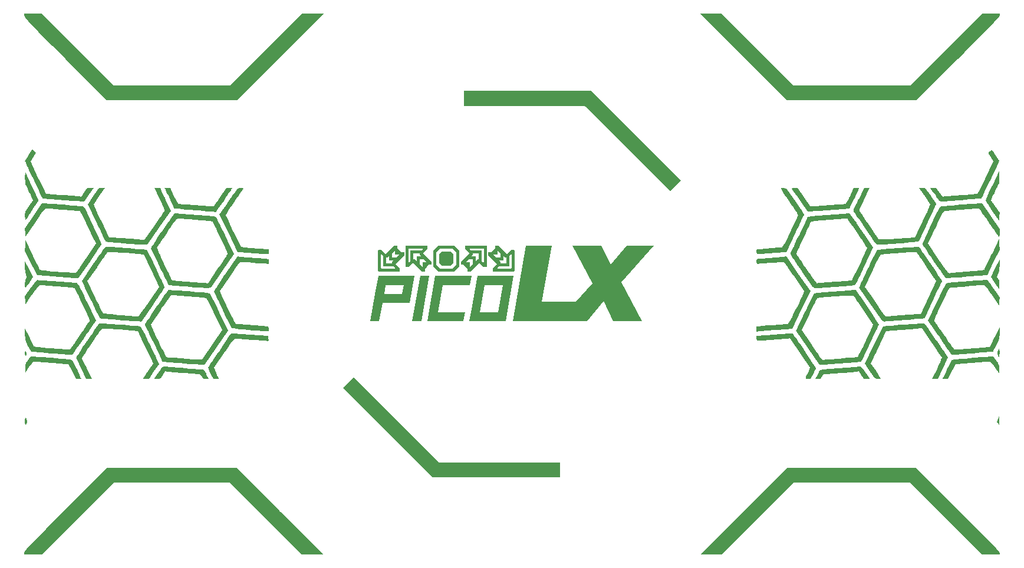
<source format=gts>
%TF.GenerationSoftware,KiCad,Pcbnew,(7.0.0)*%
%TF.CreationDate,2023-03-23T02:07:03-06:00*%
%TF.ProjectId,MainPlate,4d61696e-506c-4617-9465-2e6b69636164,rev?*%
%TF.SameCoordinates,Original*%
%TF.FileFunction,Soldermask,Top*%
%TF.FilePolarity,Negative*%
%FSLAX46Y46*%
G04 Gerber Fmt 4.6, Leading zero omitted, Abs format (unit mm)*
G04 Created by KiCad (PCBNEW (7.0.0)) date 2023-03-23 02:07:03*
%MOMM*%
%LPD*%
G01*
G04 APERTURE LIST*
%ADD10C,0.000000*%
G04 APERTURE END LIST*
D10*
G36*
X132500944Y-96498227D02*
G01*
X132501844Y-96497354D01*
X132501844Y-96498280D01*
X133142162Y-96498254D01*
X132712982Y-96928493D01*
X132075600Y-96924471D01*
X132075600Y-96923571D01*
X132074727Y-96923571D01*
X132070706Y-96286216D01*
X132500892Y-95857036D01*
X132500944Y-96498227D01*
G37*
G36*
X131500000Y-96500000D02*
G01*
X131644673Y-96500000D01*
X131644673Y-97349841D01*
X131649357Y-97349841D01*
X131649357Y-97354524D01*
X132499198Y-97354524D01*
X132499198Y-97499172D01*
X132777328Y-97776879D01*
X131222319Y-97776879D01*
X131222319Y-96221870D01*
X131500000Y-96500000D01*
G37*
G36*
X133062999Y-95646877D02*
G01*
X133352322Y-95936199D01*
X133635240Y-95936199D01*
X133635240Y-96003880D01*
X133567268Y-96072036D01*
X132927162Y-96072036D01*
X132927162Y-95431956D01*
X132995319Y-95363931D01*
X133062999Y-95363931D01*
X133062999Y-95646877D01*
G37*
G36*
X163912729Y-97512904D02*
G01*
X166196109Y-94779706D01*
X170140622Y-94779706D01*
X165441382Y-100028693D01*
X168456784Y-105650402D01*
X164263776Y-105650402D01*
X162896753Y-102746360D01*
X160552200Y-105650402D01*
X156374750Y-105650402D01*
X161270361Y-100168475D01*
X158431302Y-94779706D01*
X162546658Y-94779706D01*
X163912729Y-97512904D01*
G37*
G36*
X144758217Y-99109823D02*
G01*
X149969504Y-99109823D01*
X148820921Y-105623890D01*
X143609608Y-105623890D01*
X143839329Y-104321082D01*
X145142154Y-104321082D01*
X147747769Y-104321082D01*
X148436955Y-100412630D01*
X145831340Y-100412630D01*
X145142154Y-104321082D01*
X143839329Y-104321082D01*
X144758217Y-99109823D01*
G37*
G36*
X136460117Y-95734480D02*
G01*
X136460117Y-95879128D01*
X135610249Y-95879128D01*
X135610249Y-95883812D01*
X135605592Y-95883812D01*
X135605592Y-96733653D01*
X135460918Y-96733653D01*
X135183237Y-97011783D01*
X135183237Y-95456774D01*
X136738247Y-95456774D01*
X136460117Y-95734480D01*
G37*
G36*
X148537711Y-96286216D02*
G01*
X148533688Y-96923598D01*
X148532815Y-96923598D01*
X148532815Y-96924497D01*
X147895407Y-96928519D01*
X147466254Y-96498306D01*
X148107417Y-96498254D01*
X148106546Y-96497354D01*
X148107471Y-96497354D01*
X148107471Y-95857036D01*
X148537711Y-96286216D01*
G37*
G36*
X134468095Y-97159103D02*
G01*
X134468095Y-97140292D01*
X134891428Y-97140292D01*
X134891428Y-97159103D01*
X135034674Y-97160585D01*
X135183237Y-97011810D01*
X135460918Y-96733681D01*
X135817284Y-96733681D01*
X136031624Y-96947463D01*
X136461836Y-97376644D01*
X136888054Y-97801750D01*
X136956237Y-97869721D01*
X137023918Y-97869721D01*
X137023918Y-97586776D01*
X137168566Y-97442128D01*
X137313240Y-97297480D01*
X137596185Y-97297480D01*
X137596185Y-97229800D01*
X137528160Y-97161617D01*
X137103081Y-96735373D01*
X136673900Y-96305161D01*
X136460090Y-96090821D01*
X136460090Y-95734480D01*
X136738220Y-95456774D01*
X136887022Y-95308184D01*
X136885593Y-95164939D01*
X136866754Y-95164939D01*
X135037399Y-95165018D01*
X135027720Y-95165212D01*
X135018489Y-95165782D01*
X135009695Y-95166712D01*
X135001329Y-95167985D01*
X134993379Y-95169584D01*
X134985835Y-95171493D01*
X134978686Y-95173694D01*
X134971921Y-95176171D01*
X134965531Y-95178907D01*
X134959503Y-95181886D01*
X134953829Y-95185090D01*
X134948496Y-95188504D01*
X134943495Y-95192109D01*
X134938815Y-95195891D01*
X134934445Y-95199830D01*
X134930375Y-95203912D01*
X134926302Y-95207983D01*
X134922369Y-95212353D01*
X134918594Y-95217033D01*
X134914993Y-95222034D01*
X134911583Y-95227366D01*
X134908380Y-95233041D01*
X134905403Y-95239068D01*
X134902667Y-95245459D01*
X134900189Y-95252223D01*
X134897987Y-95259372D01*
X134896078Y-95266916D01*
X134894478Y-95274866D01*
X134893204Y-95283233D01*
X134892273Y-95292026D01*
X134891702Y-95301257D01*
X134891508Y-95310937D01*
X134891428Y-97140292D01*
X134468095Y-97140292D01*
X134468095Y-94894190D01*
X134468275Y-94883779D01*
X134468806Y-94873840D01*
X134469671Y-94864363D01*
X134470857Y-94855337D01*
X134472348Y-94846750D01*
X134474128Y-94838591D01*
X134476184Y-94830849D01*
X134478500Y-94823513D01*
X134481061Y-94816573D01*
X134483851Y-94810016D01*
X134486857Y-94803832D01*
X134490062Y-94798010D01*
X134493452Y-94792538D01*
X134497012Y-94787407D01*
X134500727Y-94782603D01*
X134504581Y-94778117D01*
X134509067Y-94774263D01*
X134513870Y-94770548D01*
X134519000Y-94766989D01*
X134524470Y-94763598D01*
X134530291Y-94760393D01*
X134536473Y-94757388D01*
X134543028Y-94754597D01*
X134549967Y-94752036D01*
X134557302Y-94749721D01*
X134565043Y-94747665D01*
X134573202Y-94745884D01*
X134581789Y-94744394D01*
X134590817Y-94743208D01*
X134600296Y-94742342D01*
X134610238Y-94741812D01*
X134620653Y-94741632D01*
X137457199Y-94741632D01*
X137463015Y-94742149D01*
X137469691Y-94743073D01*
X137478350Y-94744689D01*
X137488596Y-94747182D01*
X137500032Y-94750737D01*
X137512262Y-94755542D01*
X137518551Y-94758470D01*
X137524889Y-94761780D01*
X137531228Y-94765495D01*
X137537517Y-94769638D01*
X137543708Y-94774232D01*
X137549750Y-94779301D01*
X137555594Y-94784868D01*
X137561191Y-94790956D01*
X137566490Y-94797588D01*
X137571443Y-94804787D01*
X137576000Y-94812577D01*
X137580111Y-94820981D01*
X137583726Y-94830021D01*
X137586797Y-94839722D01*
X137589273Y-94850107D01*
X137591105Y-94861197D01*
X137592244Y-94873018D01*
X137592639Y-94885592D01*
X137593115Y-95201927D01*
X136953326Y-95841690D01*
X138218537Y-97106874D01*
X138218537Y-97519518D01*
X137805920Y-97519518D01*
X137525964Y-97799474D01*
X137245982Y-98079456D01*
X137245982Y-98492074D01*
X136833364Y-98492074D01*
X135568180Y-97226836D01*
X134928391Y-97866625D01*
X134612108Y-97866122D01*
X134599529Y-97865733D01*
X134587704Y-97864601D01*
X134576609Y-97862776D01*
X134566221Y-97860305D01*
X134556516Y-97857240D01*
X134547472Y-97853630D01*
X134539066Y-97849524D01*
X134531273Y-97844972D01*
X134524071Y-97840023D01*
X134517437Y-97834727D01*
X134511347Y-97829134D01*
X134505778Y-97823293D01*
X134500707Y-97817253D01*
X134496111Y-97811065D01*
X134491966Y-97804778D01*
X134488250Y-97798441D01*
X134484939Y-97792105D01*
X134482010Y-97785817D01*
X134477204Y-97773590D01*
X134473647Y-97762156D01*
X134471153Y-97751911D01*
X134469537Y-97743253D01*
X134468612Y-97736577D01*
X134468095Y-97730761D01*
X134468095Y-97159103D01*
G37*
G36*
X147681253Y-95431956D02*
G01*
X147681253Y-96072036D01*
X147041173Y-96072036D01*
X146973123Y-96003880D01*
X146973123Y-95936199D01*
X147256096Y-95936199D01*
X147400743Y-95791578D01*
X147545418Y-95646903D01*
X147545418Y-95363958D01*
X147613097Y-95363958D01*
X147681253Y-95431956D01*
G37*
G36*
X145425204Y-97011783D02*
G01*
X145147499Y-96733653D01*
X145002824Y-96733653D01*
X145002824Y-95883812D01*
X144998141Y-95883812D01*
X144998141Y-95879155D01*
X144148299Y-95879155D01*
X144148299Y-95734480D01*
X143870169Y-95456774D01*
X145425204Y-95456774D01*
X145425204Y-97011783D01*
G37*
G36*
X138429013Y-97503168D02*
G01*
X138429013Y-95730486D01*
X138861130Y-95730486D01*
X138861130Y-97503168D01*
X139417866Y-98059904D01*
X141190549Y-98059904D01*
X141747259Y-97503168D01*
X141747259Y-95730486D01*
X141190549Y-95173776D01*
X139417866Y-95173776D01*
X138861130Y-95730486D01*
X138429013Y-95730486D01*
X138429013Y-95465056D01*
X139152437Y-94741632D01*
X141455978Y-94741632D01*
X142179402Y-95465057D01*
X142179402Y-97768598D01*
X141455978Y-98492022D01*
X139152437Y-98492022D01*
X138429013Y-97768598D01*
X138429013Y-97503168D01*
G37*
G36*
X130507151Y-96093361D02*
G01*
X130507151Y-96074522D01*
X130930484Y-96074522D01*
X130930484Y-96093361D01*
X130930564Y-97922717D01*
X130930758Y-97932396D01*
X130931328Y-97941627D01*
X130932258Y-97950420D01*
X130933531Y-97958787D01*
X130935130Y-97966737D01*
X130937038Y-97974281D01*
X130939239Y-97981430D01*
X130941716Y-97988195D01*
X130944452Y-97994585D01*
X130947431Y-98000612D01*
X130950636Y-98006287D01*
X130954049Y-98011620D01*
X130957655Y-98016621D01*
X130961436Y-98021301D01*
X130965376Y-98025671D01*
X130969458Y-98029741D01*
X130973528Y-98033818D01*
X130977898Y-98037754D01*
X130982578Y-98041532D01*
X130987579Y-98045134D01*
X130992912Y-98048545D01*
X130998586Y-98051747D01*
X131004613Y-98054724D01*
X131011004Y-98057459D01*
X131017768Y-98059935D01*
X131024917Y-98062135D01*
X131032462Y-98064043D01*
X131040412Y-98065642D01*
X131048778Y-98066914D01*
X131057571Y-98067844D01*
X131066802Y-98068414D01*
X131076482Y-98068608D01*
X132905837Y-98068687D01*
X132924649Y-98068687D01*
X132926104Y-97925442D01*
X132777329Y-97776878D01*
X132499199Y-97499171D01*
X132499199Y-97142805D01*
X132712982Y-96928465D01*
X133142163Y-96498252D01*
X133567268Y-96072035D01*
X133635240Y-96003852D01*
X133635240Y-95936171D01*
X133352322Y-95936171D01*
X133207648Y-95791523D01*
X133063000Y-95646849D01*
X133063000Y-95363904D01*
X132995319Y-95363904D01*
X132927135Y-95431929D01*
X132500892Y-95857008D01*
X132070706Y-96286189D01*
X131856367Y-96499999D01*
X131500026Y-96499999D01*
X131222319Y-96221869D01*
X131073729Y-96073094D01*
X130930484Y-96074522D01*
X130507151Y-96074522D01*
X130507151Y-95502917D01*
X130507668Y-95497100D01*
X130508594Y-95490423D01*
X130510211Y-95481762D01*
X130512705Y-95471515D01*
X130516262Y-95460077D01*
X130521067Y-95447846D01*
X130523995Y-95441556D01*
X130527305Y-95435217D01*
X130531020Y-95428878D01*
X130535163Y-95422588D01*
X130539757Y-95416397D01*
X130544826Y-95410355D01*
X130550391Y-95404511D01*
X130556478Y-95398914D01*
X130563109Y-95393615D01*
X130570306Y-95388662D01*
X130578094Y-95384106D01*
X130586495Y-95379996D01*
X130595533Y-95376382D01*
X130605231Y-95373313D01*
X130615612Y-95370838D01*
X130626699Y-95369008D01*
X130638515Y-95367871D01*
X130651084Y-95367478D01*
X130967420Y-95366975D01*
X131607183Y-96006764D01*
X132872341Y-94741553D01*
X133284959Y-94741553D01*
X133284959Y-95154171D01*
X133564941Y-95434126D01*
X133844923Y-95714135D01*
X134257541Y-95714135D01*
X134257541Y-96126727D01*
X132992329Y-97391937D01*
X133632118Y-98031699D01*
X133631615Y-98348009D01*
X133631227Y-98360585D01*
X133630095Y-98372408D01*
X133628269Y-98383501D01*
X133625799Y-98393888D01*
X133622734Y-98403591D01*
X133619124Y-98412634D01*
X133615018Y-98421040D01*
X133610465Y-98428833D01*
X133605516Y-98436034D01*
X133600221Y-98442668D01*
X133594627Y-98448758D01*
X133588786Y-98454327D01*
X133582747Y-98459398D01*
X133576559Y-98463995D01*
X133570272Y-98468140D01*
X133563935Y-98471857D01*
X133557598Y-98475169D01*
X133551311Y-98478099D01*
X133539084Y-98482906D01*
X133527649Y-98486465D01*
X133517405Y-98488960D01*
X133508746Y-98490578D01*
X133502071Y-98491503D01*
X133496255Y-98492021D01*
X130659683Y-98492021D01*
X130649272Y-98491841D01*
X130639333Y-98491311D01*
X130629856Y-98490445D01*
X130620830Y-98489260D01*
X130612243Y-98487770D01*
X130604085Y-98485989D01*
X130596344Y-98483935D01*
X130589009Y-98481620D01*
X130582070Y-98479060D01*
X130575515Y-98476272D01*
X130569333Y-98473268D01*
X130563514Y-98470065D01*
X130558045Y-98466678D01*
X130552917Y-98463122D01*
X130548118Y-98459411D01*
X130543637Y-98455562D01*
X130539782Y-98451076D01*
X130536068Y-98446273D01*
X130532508Y-98441141D01*
X130529118Y-98435669D01*
X130525912Y-98429846D01*
X130522907Y-98423662D01*
X130520116Y-98417104D01*
X130517555Y-98410163D01*
X130515240Y-98402826D01*
X130513184Y-98395082D01*
X130511403Y-98386921D01*
X130509912Y-98378331D01*
X130508727Y-98369301D01*
X130507861Y-98359821D01*
X130507331Y-98349878D01*
X130507151Y-98339462D01*
X130507151Y-96093361D01*
G37*
G36*
X154008182Y-102808486D02*
G01*
X158915539Y-102808486D01*
X158414447Y-105650402D01*
X149842079Y-105650402D01*
X151758881Y-94779678D01*
X155423862Y-94779678D01*
X154008182Y-102808486D01*
G37*
G36*
X161731353Y-95086929D02*
G01*
X161734035Y-95087209D01*
X161736358Y-95087661D01*
X161738337Y-95088272D01*
X161739986Y-95089031D01*
X161741317Y-95089924D01*
X161742345Y-95090940D01*
X161743084Y-95092067D01*
X161743546Y-95093292D01*
X161743747Y-95094602D01*
X161743699Y-95095986D01*
X161743417Y-95097432D01*
X161742913Y-95098926D01*
X161742203Y-95100457D01*
X161741299Y-95102013D01*
X161740215Y-95103581D01*
X161738966Y-95105149D01*
X161737564Y-95106705D01*
X161736024Y-95108236D01*
X161734359Y-95109731D01*
X161732583Y-95111176D01*
X161730709Y-95112560D01*
X161728752Y-95113871D01*
X161726726Y-95115096D01*
X161724643Y-95116222D01*
X161722518Y-95117238D01*
X161720364Y-95118132D01*
X161718195Y-95118890D01*
X161716025Y-95119501D01*
X161713868Y-95119953D01*
X161711737Y-95120233D01*
X161709647Y-95120329D01*
X161706593Y-95120233D01*
X161703911Y-95119953D01*
X161701587Y-95119502D01*
X161699608Y-95118891D01*
X161697960Y-95118133D01*
X161696629Y-95117240D01*
X161695601Y-95116225D01*
X161694862Y-95115099D01*
X161694400Y-95113875D01*
X161694199Y-95112566D01*
X161694247Y-95111183D01*
X161694530Y-95109738D01*
X161695033Y-95108244D01*
X161695744Y-95106714D01*
X161696648Y-95105159D01*
X161697731Y-95103591D01*
X161698981Y-95102024D01*
X161700383Y-95100468D01*
X161701923Y-95098938D01*
X161703588Y-95097443D01*
X161705364Y-95095998D01*
X161707238Y-95094614D01*
X161709194Y-95093303D01*
X161711221Y-95092078D01*
X161713304Y-95090951D01*
X161715429Y-95089934D01*
X161717583Y-95089040D01*
X161719751Y-95088280D01*
X161721921Y-95087667D01*
X161724078Y-95087214D01*
X161726208Y-95086932D01*
X161728299Y-95086833D01*
X161731353Y-95086929D01*
G37*
G36*
X142389929Y-97106900D02*
G01*
X143655167Y-95841715D01*
X143015379Y-95201953D01*
X143015855Y-94885645D01*
X143016244Y-94873068D01*
X143017376Y-94861245D01*
X143019201Y-94850152D01*
X143021672Y-94839765D01*
X143024737Y-94830062D01*
X143028347Y-94821019D01*
X143032453Y-94812613D01*
X143037006Y-94804820D01*
X143041955Y-94797619D01*
X143047250Y-94790985D01*
X143052844Y-94784895D01*
X143058685Y-94779326D01*
X143064724Y-94774255D01*
X143070912Y-94769658D01*
X143077200Y-94765513D01*
X143083536Y-94761796D01*
X143089873Y-94758484D01*
X143096161Y-94755554D01*
X143108388Y-94750747D01*
X143119823Y-94747189D01*
X143130067Y-94744693D01*
X143138726Y-94743076D01*
X143145401Y-94742150D01*
X143151218Y-94741632D01*
X145987788Y-94741632D01*
X145998200Y-94741812D01*
X146008138Y-94742342D01*
X146017615Y-94743208D01*
X146026642Y-94744394D01*
X146035229Y-94745884D01*
X146043388Y-94747665D01*
X146051130Y-94749721D01*
X146058466Y-94752036D01*
X146065406Y-94754597D01*
X146071963Y-94757388D01*
X146078147Y-94760393D01*
X146083969Y-94763598D01*
X146089441Y-94766989D01*
X146094573Y-94770548D01*
X146099376Y-94774263D01*
X146103862Y-94778117D01*
X146107712Y-94782603D01*
X146111422Y-94787407D01*
X146114978Y-94792539D01*
X146118366Y-94798010D01*
X146121568Y-94803833D01*
X146124572Y-94810017D01*
X146127361Y-94816575D01*
X146129920Y-94823517D01*
X146132235Y-94830854D01*
X146134290Y-94838597D01*
X146136070Y-94846758D01*
X146137560Y-94855348D01*
X146138746Y-94864378D01*
X146139611Y-94873858D01*
X146140141Y-94883801D01*
X146140321Y-94894217D01*
X146140321Y-97730762D01*
X146139805Y-97736578D01*
X146138881Y-97743254D01*
X146137265Y-97751913D01*
X146134773Y-97762158D01*
X146131218Y-97773593D01*
X146126415Y-97785822D01*
X146123488Y-97792111D01*
X146120179Y-97798449D01*
X146116465Y-97804787D01*
X146112323Y-97811075D01*
X146107730Y-97817265D01*
X146102663Y-97823306D01*
X146097098Y-97829149D01*
X146091012Y-97834745D01*
X146084382Y-97840043D01*
X146077186Y-97844994D01*
X146069398Y-97849549D01*
X146060997Y-97853658D01*
X146051960Y-97857272D01*
X146042262Y-97860341D01*
X146031881Y-97862815D01*
X146020794Y-97864645D01*
X146008977Y-97865781D01*
X145996408Y-97866174D01*
X145680098Y-97866651D01*
X145040311Y-97226862D01*
X143775127Y-98492073D01*
X143362509Y-98492073D01*
X143362509Y-98079455D01*
X143082527Y-97799500D01*
X142802547Y-97519518D01*
X142389929Y-97519518D01*
X142389929Y-97297482D01*
X142389929Y-97229801D01*
X143012176Y-97229801D01*
X143012176Y-97297482D01*
X143295123Y-97297482D01*
X143439798Y-97442130D01*
X143584419Y-97586803D01*
X143584419Y-97869749D01*
X143652100Y-97869749D01*
X143720309Y-97801724D01*
X144146551Y-97376644D01*
X144576765Y-96947463D01*
X144791104Y-96733654D01*
X145147472Y-96733654D01*
X145425177Y-97011784D01*
X145573767Y-97160558D01*
X145716959Y-97159132D01*
X145716959Y-97140293D01*
X145716879Y-95310964D01*
X145716685Y-95301280D01*
X145716115Y-95292046D01*
X145715185Y-95283250D01*
X145713913Y-95274882D01*
X145712314Y-95266931D01*
X145710405Y-95259387D01*
X145708204Y-95252238D01*
X145705727Y-95245473D01*
X145702991Y-95239083D01*
X145700012Y-95233055D01*
X145696808Y-95227380D01*
X145693395Y-95222047D01*
X145689789Y-95217044D01*
X145686008Y-95212362D01*
X145682068Y-95207989D01*
X145677986Y-95203914D01*
X145673916Y-95199841D01*
X145669546Y-95195909D01*
X145664866Y-95192133D01*
X145659865Y-95188532D01*
X145654533Y-95185122D01*
X145648858Y-95181919D01*
X145642831Y-95178942D01*
X145636441Y-95176206D01*
X145629676Y-95173728D01*
X145622527Y-95171526D01*
X145614983Y-95169617D01*
X145607033Y-95168017D01*
X145598667Y-95166743D01*
X145589873Y-95165812D01*
X145580642Y-95165241D01*
X145570962Y-95165047D01*
X143741608Y-95164967D01*
X143722795Y-95164967D01*
X143721313Y-95308213D01*
X143870088Y-95456776D01*
X144148219Y-95734483D01*
X144148219Y-96090823D01*
X143934434Y-96305189D01*
X143505254Y-96735427D01*
X143080148Y-97161645D01*
X143012176Y-97229801D01*
X142389929Y-97229801D01*
X142389929Y-97106900D01*
G37*
G36*
X137596184Y-97229800D02*
G01*
X137596184Y-97297480D01*
X137313238Y-97297480D01*
X137168565Y-97442128D01*
X137023917Y-97586775D01*
X137023917Y-97869720D01*
X136956237Y-97869720D01*
X136888053Y-97801723D01*
X136888053Y-97161643D01*
X137528160Y-97161643D01*
X137596184Y-97229800D01*
G37*
G36*
X130535117Y-99109823D02*
G01*
X135746403Y-99109823D01*
X135057243Y-103018275D01*
X131148765Y-103018275D01*
X130689316Y-105623890D01*
X129386508Y-105623890D01*
X130075675Y-101715440D01*
X131378503Y-101715440D01*
X133984119Y-101715440D01*
X134213831Y-100412632D01*
X131608214Y-100412632D01*
X131378503Y-101715440D01*
X130075675Y-101715440D01*
X130535117Y-99109823D01*
G37*
G36*
X143720309Y-97801697D02*
G01*
X143652153Y-97869747D01*
X143584473Y-97869747D01*
X143584473Y-97586802D01*
X143439851Y-97442128D01*
X143295177Y-97297453D01*
X143012231Y-97297453D01*
X143012231Y-97229800D01*
X143080229Y-97161643D01*
X143720309Y-97161643D01*
X143720309Y-97801697D01*
G37*
G36*
X143695941Y-100412630D02*
G01*
X139787463Y-100412630D01*
X139098303Y-104321082D01*
X143006779Y-104321082D01*
X142777069Y-105623890D01*
X137565784Y-105623890D01*
X138714392Y-99109823D01*
X143925679Y-99109823D01*
X143695941Y-100412630D01*
G37*
G36*
X144571898Y-96309182D02*
G01*
X144571898Y-96310055D01*
X144572769Y-96310055D01*
X144576793Y-96947462D01*
X144146579Y-97376617D01*
X144146526Y-96735426D01*
X144145654Y-96736326D01*
X144145654Y-96735400D01*
X143505334Y-96735426D01*
X143934515Y-96305187D01*
X144571898Y-96309182D01*
G37*
G36*
X146350796Y-96003879D02*
G01*
X146350796Y-95936198D01*
X146973151Y-95936198D01*
X146973151Y-96003879D01*
X147041174Y-96072089D01*
X147466254Y-96498306D01*
X147895435Y-96928519D01*
X148109244Y-97142831D01*
X148109244Y-97499198D01*
X147831114Y-97776905D01*
X147682312Y-97925495D01*
X147683743Y-98068713D01*
X147702556Y-98068713D01*
X149531885Y-98068634D01*
X149541569Y-98068440D01*
X149550804Y-98067870D01*
X149559601Y-98066940D01*
X149567971Y-98065667D01*
X149575924Y-98064068D01*
X149583470Y-98062160D01*
X149590621Y-98059959D01*
X149597386Y-98057482D01*
X149603778Y-98054745D01*
X149609806Y-98051767D01*
X149615481Y-98048562D01*
X149620814Y-98045149D01*
X149625815Y-98041543D01*
X149630495Y-98037762D01*
X149634865Y-98033822D01*
X149638936Y-98029740D01*
X149643009Y-98025670D01*
X149646941Y-98021300D01*
X149650716Y-98016619D01*
X149654318Y-98011618D01*
X149657728Y-98006286D01*
X149660930Y-98000611D01*
X149663908Y-97994584D01*
X149666644Y-97988194D01*
X149669121Y-97981429D01*
X149671323Y-97974280D01*
X149673233Y-97966736D01*
X149674833Y-97958786D01*
X149676107Y-97950420D01*
X149677038Y-97941626D01*
X149677609Y-97932395D01*
X149677803Y-97922716D01*
X149677882Y-96093360D01*
X149677882Y-96074548D01*
X149534663Y-96073093D01*
X149386072Y-96221868D01*
X149108392Y-96499998D01*
X148752025Y-96499998D01*
X148537686Y-96286215D01*
X148107472Y-95857034D01*
X147681256Y-95431929D01*
X147613100Y-95363957D01*
X147545419Y-95363957D01*
X147545419Y-95646902D01*
X147400772Y-95791576D01*
X147256097Y-95936198D01*
X146973151Y-95936198D01*
X146350796Y-95936198D01*
X146350796Y-95714214D01*
X146763414Y-95714214D01*
X147043370Y-95434232D01*
X147323378Y-95154250D01*
X147323378Y-94741632D01*
X147735969Y-94741632D01*
X149001154Y-96006869D01*
X149640916Y-95367081D01*
X149957226Y-95367557D01*
X149969803Y-95367945D01*
X149981626Y-95369077D01*
X149992719Y-95370903D01*
X150003105Y-95373373D01*
X150012809Y-95376438D01*
X150021852Y-95380049D01*
X150030258Y-95384155D01*
X150038050Y-95388707D01*
X150045251Y-95393656D01*
X150051885Y-95398951D01*
X150057975Y-95404545D01*
X150063544Y-95410386D01*
X150068615Y-95416425D01*
X150073212Y-95422613D01*
X150077357Y-95428900D01*
X150081074Y-95435237D01*
X150084386Y-95441574D01*
X150087316Y-95447861D01*
X150092123Y-95460088D01*
X150095682Y-95471523D01*
X150098177Y-95481767D01*
X150099795Y-95490426D01*
X150100721Y-95497101D01*
X150101239Y-95502917D01*
X150101239Y-98339489D01*
X150101059Y-98349905D01*
X150100529Y-98359848D01*
X150099663Y-98369328D01*
X150098478Y-98378358D01*
X150096987Y-98386948D01*
X150095207Y-98395109D01*
X150093152Y-98402852D01*
X150090838Y-98410189D01*
X150088278Y-98417131D01*
X150085489Y-98423689D01*
X150082486Y-98429873D01*
X150079283Y-98435696D01*
X150075896Y-98441167D01*
X150072340Y-98446299D01*
X150068629Y-98451103D01*
X150064780Y-98455589D01*
X150060294Y-98459438D01*
X150055490Y-98463149D01*
X150050358Y-98466705D01*
X150044886Y-98470092D01*
X150039064Y-98473295D01*
X150032879Y-98476298D01*
X150026322Y-98479087D01*
X150019380Y-98481647D01*
X150012043Y-98483961D01*
X150004300Y-98486016D01*
X149996138Y-98487796D01*
X149987549Y-98489287D01*
X149978519Y-98490472D01*
X149969039Y-98491337D01*
X149959096Y-98491868D01*
X149948680Y-98492048D01*
X147112135Y-98492048D01*
X147106318Y-98491530D01*
X147099641Y-98490605D01*
X147090980Y-98488988D01*
X147080733Y-98486493D01*
X147069295Y-98482937D01*
X147057063Y-98478132D01*
X147050774Y-98475203D01*
X147044434Y-98471893D01*
X147038095Y-98468178D01*
X147031805Y-98464035D01*
X147025614Y-98459441D01*
X147019572Y-98454373D01*
X147013727Y-98448807D01*
X147008131Y-98442720D01*
X147002831Y-98436089D01*
X146997879Y-98428892D01*
X146993323Y-98421104D01*
X146989213Y-98412703D01*
X146985598Y-98403665D01*
X146982529Y-98393967D01*
X146980054Y-98383586D01*
X146978224Y-98372499D01*
X146977087Y-98360682D01*
X146976694Y-98348113D01*
X146976192Y-98031778D01*
X147615982Y-97392016D01*
X146350796Y-96126831D01*
X146350796Y-96003879D01*
G37*
G36*
X136733192Y-105623890D02*
G01*
X135430385Y-105623890D01*
X136578993Y-99109823D01*
X137881802Y-99109823D01*
X136733192Y-105623890D01*
G37*
G36*
X141315088Y-95995942D02*
G01*
X141315088Y-97237737D01*
X140925091Y-97627733D01*
X139683298Y-97627733D01*
X139293301Y-97237737D01*
X139293301Y-95995942D01*
X139683298Y-95605920D01*
X140925091Y-95605920D01*
X141315088Y-95995942D01*
G37*
G36*
X149386096Y-97776905D02*
G01*
X147831088Y-97776905D01*
X148109216Y-97499198D01*
X148109216Y-97354551D01*
X148959059Y-97354551D01*
X148959059Y-97349841D01*
X148963742Y-97349841D01*
X148963742Y-96500000D01*
X149108417Y-96500000D01*
X149386096Y-96221870D01*
X149386096Y-97776905D01*
G37*
G36*
X137103054Y-96735373D02*
G01*
X136461889Y-96735426D01*
X136462762Y-96736299D01*
X136461836Y-96736299D01*
X136461862Y-97376617D01*
X136031624Y-96947437D01*
X136035646Y-96310055D01*
X136036519Y-96310055D01*
X136036519Y-96309182D01*
X136673900Y-96305161D01*
X137103054Y-96735373D01*
G37*
%TO.C,G\u002A\u002A\u002A*%
G36*
X79871947Y-109821561D02*
G01*
X79938811Y-109930420D01*
X80057197Y-110231459D01*
X80020784Y-110458000D01*
X79938811Y-110552098D01*
X79862263Y-110593880D01*
X79822630Y-110535183D01*
X79809080Y-110345478D01*
X79808742Y-110185525D01*
X79813424Y-109917136D01*
X79830598Y-109803453D01*
X79871947Y-109821561D01*
G37*
G36*
X79983217Y-119699650D02*
G01*
X80121353Y-120002393D01*
X80140529Y-120219637D01*
X80040744Y-120397788D01*
X79983217Y-120454545D01*
X79890105Y-120531556D01*
X79837300Y-120531804D01*
X79813777Y-120426602D01*
X79808511Y-120187263D01*
X79809317Y-120002051D01*
X79813040Y-119388811D01*
X79983217Y-119699650D01*
G37*
G36*
X219764636Y-119855070D02*
G01*
X219764565Y-120167531D01*
X219757540Y-120396387D01*
X219745037Y-120497492D01*
X219743104Y-120498951D01*
X219669576Y-120441063D01*
X219532741Y-120301591D01*
X219530473Y-120299126D01*
X219346767Y-120099301D01*
X219552006Y-119655245D01*
X219757244Y-119211189D01*
X219764636Y-119855070D01*
G37*
G36*
X133135850Y-119787598D02*
G01*
X139265161Y-125916434D01*
X147946217Y-125916434D01*
X156627273Y-125916434D01*
X156627273Y-126982168D01*
X156627273Y-128047902D01*
X147501694Y-128047902D01*
X138376114Y-128047902D01*
X131938630Y-121609959D01*
X125501146Y-115172015D01*
X126253842Y-114415389D01*
X127006538Y-113658762D01*
X133135850Y-119787598D01*
G37*
G36*
X167550847Y-78979518D02*
G01*
X173988996Y-85418127D01*
X173234095Y-86173028D01*
X172479195Y-86927929D01*
X166351902Y-80800153D01*
X160224609Y-74672378D01*
X151543074Y-74672378D01*
X142861539Y-74672378D01*
X142861539Y-73606643D01*
X142861539Y-72540909D01*
X151987118Y-72540909D01*
X161112697Y-72540909D01*
X167550847Y-78979518D01*
G37*
G36*
X219768103Y-110174650D02*
G01*
X219766160Y-110487125D01*
X219757403Y-110715983D01*
X219743648Y-110817076D01*
X219741608Y-110818531D01*
X219684380Y-110748725D01*
X219580948Y-110575835D01*
X219553046Y-110524880D01*
X219460152Y-110333111D01*
X219445105Y-110189518D01*
X219511221Y-110013521D01*
X219579541Y-109880999D01*
X219764178Y-109530769D01*
X219768103Y-110174650D01*
G37*
G36*
X219772028Y-97575267D02*
G01*
X219760270Y-98045712D01*
X219719179Y-98398367D01*
X219640035Y-98691866D01*
X219585311Y-98830480D01*
X219398593Y-99264517D01*
X219589261Y-99532285D01*
X219694690Y-99713893D01*
X219747823Y-99918895D01*
X219759965Y-100207785D01*
X219753776Y-100412559D01*
X219727623Y-101025065D01*
X219130824Y-100159715D01*
X218534025Y-99294365D01*
X219153027Y-98024228D01*
X219772028Y-96754092D01*
X219772028Y-97575267D01*
G37*
G36*
X80383604Y-98113304D02*
G01*
X80961614Y-99285171D01*
X80418304Y-100078425D01*
X80194910Y-100400208D01*
X80009353Y-100659262D01*
X79883507Y-100825568D01*
X79840295Y-100871678D01*
X79822943Y-100790486D01*
X79810500Y-100577351D01*
X79805598Y-100277943D01*
X79805595Y-100269761D01*
X79832617Y-99815472D01*
X79914918Y-99520055D01*
X79946780Y-99466274D01*
X80029916Y-99321103D01*
X80037555Y-99180663D01*
X79969698Y-98969802D01*
X79946780Y-98911849D01*
X79854325Y-98538831D01*
X79809694Y-98007618D01*
X79805595Y-97750215D01*
X79805595Y-96941437D01*
X80383604Y-98113304D01*
G37*
G36*
X219765403Y-84865679D02*
G01*
X219763863Y-85268968D01*
X219742250Y-85558986D01*
X219686685Y-85799972D01*
X219583293Y-86056171D01*
X219448859Y-86331063D01*
X219240586Y-86753321D01*
X219014733Y-87224536D01*
X218834915Y-87610726D01*
X218544139Y-88248724D01*
X219162016Y-89140641D01*
X219779894Y-90032557D01*
X219753758Y-90645868D01*
X219727623Y-91259179D01*
X218750700Y-89826442D01*
X218445324Y-89368655D01*
X218181460Y-88953970D01*
X217974113Y-88607515D01*
X217838288Y-88354421D01*
X217788991Y-88219817D01*
X217789110Y-88216084D01*
X217831220Y-88089704D01*
X217941529Y-87828103D01*
X218109167Y-87455111D01*
X218323264Y-86994558D01*
X218572949Y-86470277D01*
X218781610Y-86040210D01*
X219758777Y-84041958D01*
X219765403Y-84865679D01*
G37*
G36*
X185002448Y-66590559D02*
G01*
X190152923Y-71741608D01*
X198546154Y-71741608D01*
X206939386Y-71741608D01*
X212089860Y-66590559D01*
X217240335Y-61439511D01*
X218506182Y-61439511D01*
X219772028Y-61439511D01*
X219772028Y-61683988D01*
X219755898Y-61741931D01*
X219702880Y-61831875D01*
X219606040Y-61961041D01*
X219458438Y-62136650D01*
X219253137Y-62365922D01*
X218983201Y-62656078D01*
X218641691Y-63014339D01*
X218221671Y-63447925D01*
X217716203Y-63964058D01*
X217118350Y-64569959D01*
X216421174Y-65272847D01*
X215617738Y-66079943D01*
X214701105Y-66998469D01*
X213799231Y-67900771D01*
X207826434Y-73873077D01*
X198545671Y-73873077D01*
X189264909Y-73873077D01*
X183048602Y-67656294D01*
X176832294Y-61439511D01*
X178342134Y-61439511D01*
X179851973Y-61439511D01*
X185002448Y-66590559D01*
G37*
G36*
X213799723Y-132688532D02*
G01*
X214821510Y-133711068D01*
X215724016Y-134615831D01*
X216514168Y-135410031D01*
X217198894Y-136100881D01*
X217785120Y-136695589D01*
X218279775Y-137201369D01*
X218689785Y-137625430D01*
X219022079Y-137974983D01*
X219283582Y-138257240D01*
X219481224Y-138479412D01*
X219621930Y-138648709D01*
X219712630Y-138772342D01*
X219760249Y-138857522D01*
X219772028Y-138905315D01*
X219772028Y-139149301D01*
X218506182Y-139149301D01*
X217240335Y-139149301D01*
X212089860Y-133998252D01*
X206939386Y-128847203D01*
X198546154Y-128847203D01*
X190152923Y-128847203D01*
X185002448Y-133998252D01*
X179851973Y-139149301D01*
X178342134Y-139149301D01*
X176832294Y-139149301D01*
X183048602Y-132932517D01*
X189264909Y-126715734D01*
X198546163Y-126715734D01*
X207827417Y-126715734D01*
X213799723Y-132688532D01*
G37*
G36*
X87398951Y-66590559D02*
G01*
X92549426Y-71741608D01*
X100898252Y-71741608D01*
X109247078Y-71741608D01*
X114397553Y-66590559D01*
X119548027Y-61439511D01*
X121102272Y-61439511D01*
X122656518Y-61439511D01*
X116440210Y-67656294D01*
X110223903Y-73873077D01*
X100898241Y-73873077D01*
X91572580Y-73873077D01*
X85644682Y-67944683D01*
X84643415Y-66942949D01*
X83760690Y-66058761D01*
X82989133Y-65284384D01*
X82321369Y-64612085D01*
X81750025Y-64034130D01*
X81267725Y-63542787D01*
X80867096Y-63130320D01*
X80540763Y-62788997D01*
X80281352Y-62511084D01*
X80081489Y-62288847D01*
X79933799Y-62114553D01*
X79830909Y-61980468D01*
X79765444Y-61878858D01*
X79730030Y-61801990D01*
X79717292Y-61742130D01*
X79716784Y-61727900D01*
X79716784Y-61439511D01*
X80982630Y-61439511D01*
X82248477Y-61439511D01*
X87398951Y-66590559D01*
G37*
G36*
X116440210Y-132932517D02*
G01*
X122656518Y-139149301D01*
X121102272Y-139149301D01*
X119548027Y-139149301D01*
X114397553Y-133998252D01*
X109247078Y-128847203D01*
X100898252Y-128847203D01*
X92549426Y-128847203D01*
X87398951Y-133998252D01*
X82248477Y-139149301D01*
X80982630Y-139149301D01*
X79716784Y-139149301D01*
X79716784Y-138860416D01*
X79724602Y-138803808D01*
X79752976Y-138732423D01*
X79809283Y-138638525D01*
X79900898Y-138514379D01*
X80035200Y-138352248D01*
X80219565Y-138144397D01*
X80461370Y-137883090D01*
X80767993Y-137560592D01*
X81146809Y-137169165D01*
X81605196Y-136701075D01*
X82150532Y-136148586D01*
X82790192Y-135503961D01*
X83531555Y-134759466D01*
X84381996Y-133907364D01*
X85348893Y-132939919D01*
X85645177Y-132643633D01*
X91573571Y-126715734D01*
X100898737Y-126715734D01*
X110223903Y-126715734D01*
X116440210Y-132932517D01*
G37*
G36*
X80789143Y-86207775D02*
G01*
X81055697Y-86756894D01*
X81294263Y-87253984D01*
X81494284Y-87676586D01*
X81645203Y-88002240D01*
X81736464Y-88208487D01*
X81759441Y-88272003D01*
X81712010Y-88361362D01*
X81582473Y-88568291D01*
X81389962Y-88864414D01*
X81153610Y-89221356D01*
X80892549Y-89610739D01*
X80625912Y-90004187D01*
X80372831Y-90373324D01*
X80152438Y-90689774D01*
X79983866Y-90925161D01*
X79886249Y-91051108D01*
X79883967Y-91053601D01*
X79843543Y-91018588D01*
X79816037Y-90834419D01*
X79805604Y-90529344D01*
X79805598Y-90520734D01*
X79808780Y-90249335D01*
X79829913Y-90042574D01*
X79886388Y-89856416D01*
X79995593Y-89646824D01*
X80174919Y-89369761D01*
X80375739Y-89076917D01*
X80945876Y-88250337D01*
X80733040Y-87769078D01*
X80589154Y-87455430D01*
X80400266Y-87059320D01*
X80202510Y-86656290D01*
X80162900Y-86577174D01*
X79993130Y-86229431D01*
X79888329Y-85966646D01*
X79833359Y-85722600D01*
X79813082Y-85431073D01*
X79812220Y-85043055D01*
X79818846Y-84219580D01*
X80789143Y-86207775D01*
G37*
G36*
X83562257Y-110905988D02*
G01*
X84271059Y-110961017D01*
X84921915Y-111013737D01*
X85494025Y-111062292D01*
X85966590Y-111104828D01*
X86318811Y-111139490D01*
X86529888Y-111164421D01*
X86582910Y-111175424D01*
X86631860Y-111264994D01*
X86740328Y-111481515D01*
X86892778Y-111792590D01*
X87073677Y-112165820D01*
X87267487Y-112568805D01*
X87458674Y-112969149D01*
X87631701Y-113334451D01*
X87771034Y-113632313D01*
X87861136Y-113830337D01*
X87887413Y-113895899D01*
X87808039Y-113914548D01*
X87607608Y-113925610D01*
X87494816Y-113926923D01*
X87102220Y-113926923D01*
X86592356Y-112861189D01*
X86372303Y-112412098D01*
X86206556Y-112103786D01*
X86080235Y-111913438D01*
X85978460Y-111818239D01*
X85897016Y-111795052D01*
X85759803Y-111788082D01*
X85471920Y-111768695D01*
X85059739Y-111738835D01*
X84549630Y-111700445D01*
X83967966Y-111655466D01*
X83491259Y-111617832D01*
X82873214Y-111569199D01*
X82307056Y-111525762D01*
X81819041Y-111489444D01*
X81435420Y-111462172D01*
X81182448Y-111445871D01*
X81093357Y-111442005D01*
X80966357Y-111501030D01*
X80789009Y-111685590D01*
X80549998Y-112008683D01*
X80382867Y-112258234D01*
X79850000Y-113073471D01*
X79823442Y-112465823D01*
X79815262Y-112153413D01*
X79836627Y-111928531D01*
X79906919Y-111727674D01*
X80045520Y-111487345D01*
X80188830Y-111268743D01*
X80580776Y-110679311D01*
X83562257Y-110905988D01*
G37*
G36*
X110758607Y-86484266D02*
G01*
X110996224Y-86494922D01*
X111138211Y-86521865D01*
X111155944Y-86537585D01*
X111107758Y-86622464D01*
X110972215Y-86833235D01*
X110762843Y-87149594D01*
X110493166Y-87551240D01*
X110176711Y-88017870D01*
X109898612Y-88424823D01*
X109553825Y-88931368D01*
X109245079Y-89391955D01*
X108985980Y-89785712D01*
X108790136Y-90091764D01*
X108671155Y-90289239D01*
X108640453Y-90354765D01*
X108677359Y-90456851D01*
X108782000Y-90697526D01*
X108944601Y-91055562D01*
X109155387Y-91509730D01*
X109404581Y-92038801D01*
X109682408Y-92621547D01*
X109729240Y-92719130D01*
X110818852Y-94987471D01*
X111364846Y-95039669D01*
X111646452Y-95064580D01*
X112059026Y-95098483D01*
X112556367Y-95137699D01*
X113092272Y-95178553D01*
X113354021Y-95197987D01*
X114797203Y-95304106D01*
X114797203Y-95645585D01*
X114797203Y-95987063D01*
X114286539Y-95974910D01*
X114034264Y-95963561D01*
X113643659Y-95939412D01*
X113153339Y-95905153D01*
X112601920Y-95863478D01*
X112056931Y-95819491D01*
X110337987Y-95676224D01*
X109044833Y-92985318D01*
X107751678Y-90294412D01*
X108632308Y-88995438D01*
X109088319Y-88322345D01*
X109455836Y-87781259D01*
X109747011Y-87357830D01*
X109973994Y-87037708D01*
X110148936Y-86806544D01*
X110283987Y-86649986D01*
X110391298Y-86553685D01*
X110483021Y-86503291D01*
X110571304Y-86484454D01*
X110668300Y-86482824D01*
X110758607Y-86484266D01*
G37*
G36*
X190066684Y-107377936D02*
G01*
X190291884Y-107699658D01*
X190572208Y-108105742D01*
X190893942Y-108575784D01*
X191243369Y-109089380D01*
X191606776Y-109626125D01*
X191970446Y-110165615D01*
X192320665Y-110687444D01*
X192643717Y-111171209D01*
X192925887Y-111596504D01*
X193153460Y-111942926D01*
X193312721Y-112190069D01*
X193389954Y-112317529D01*
X193395105Y-112329752D01*
X193357786Y-112441755D01*
X193257604Y-112672475D01*
X193112220Y-112982307D01*
X193020068Y-113170723D01*
X192645031Y-113926923D01*
X192255671Y-113926923D01*
X192003490Y-113910090D01*
X191908006Y-113855701D01*
X191911952Y-113815909D01*
X191968509Y-113687590D01*
X192078861Y-113443771D01*
X192222272Y-113130178D01*
X192270325Y-113025675D01*
X192583056Y-112346455D01*
X191124155Y-110214356D01*
X189665254Y-108082257D01*
X189332102Y-108119239D01*
X189066377Y-108145191D01*
X188676450Y-108178707D01*
X188196467Y-108217297D01*
X187660573Y-108258473D01*
X187102915Y-108299744D01*
X186557638Y-108338621D01*
X186058889Y-108372615D01*
X185640812Y-108399235D01*
X185337553Y-108415993D01*
X185198291Y-108420629D01*
X184983596Y-108409734D01*
X184891226Y-108341944D01*
X184869622Y-108164606D01*
X184869231Y-108084592D01*
X184869231Y-107748555D01*
X187460396Y-107552563D01*
X188118188Y-107503547D01*
X188715526Y-107460453D01*
X189230325Y-107424762D01*
X189640500Y-107397951D01*
X189923967Y-107381503D01*
X190058641Y-107376895D01*
X190066684Y-107377936D01*
G37*
G36*
X219342324Y-111328262D02*
G01*
X219552081Y-111645318D01*
X219679639Y-111872045D01*
X219743488Y-112064439D01*
X219762121Y-112278498D01*
X219754026Y-112570219D01*
X219753839Y-112574490D01*
X219727623Y-113172028D01*
X219150350Y-112309190D01*
X218854858Y-111886008D01*
X218631183Y-111609404D01*
X218469558Y-111468180D01*
X218395455Y-111443683D01*
X218260493Y-111449803D01*
X217974746Y-111468418D01*
X217564468Y-111497622D01*
X217055910Y-111535509D01*
X216475327Y-111580171D01*
X215997553Y-111617832D01*
X215378890Y-111666540D01*
X214811550Y-111710146D01*
X214321919Y-111746705D01*
X213936384Y-111774275D01*
X213681333Y-111790913D01*
X213590757Y-111795052D01*
X213498525Y-111824274D01*
X213396162Y-111926930D01*
X213268713Y-112126101D01*
X213101225Y-112444868D01*
X212900063Y-112861189D01*
X212395885Y-113926923D01*
X211998642Y-113926923D01*
X211761033Y-113919747D01*
X211619092Y-113901603D01*
X211601399Y-113891030D01*
X211638374Y-113803142D01*
X211740517Y-113583585D01*
X211894650Y-113260101D01*
X212087597Y-112860434D01*
X212221921Y-112584533D01*
X212435160Y-112146199D01*
X212620594Y-111761805D01*
X212764216Y-111460643D01*
X212852020Y-111272003D01*
X212872105Y-111224943D01*
X212965427Y-111196205D01*
X213217855Y-111157611D01*
X213611261Y-111111059D01*
X214127518Y-111058445D01*
X214748500Y-111001667D01*
X215456078Y-110942621D01*
X215903180Y-110907765D01*
X218904593Y-110679573D01*
X219342324Y-111328262D01*
G37*
G36*
X99876900Y-112158385D02*
G01*
X100169231Y-112177554D01*
X100578155Y-112206853D01*
X101078259Y-112244247D01*
X101644130Y-112287704D01*
X102250354Y-112335190D01*
X102871518Y-112384671D01*
X103482208Y-112434113D01*
X104057012Y-112481484D01*
X104570515Y-112524750D01*
X104997305Y-112561877D01*
X105311968Y-112590832D01*
X105489091Y-112609582D01*
X105518717Y-112614850D01*
X105565579Y-112699996D01*
X105671335Y-112904855D01*
X105815762Y-113190111D01*
X105862384Y-113283042D01*
X106184751Y-113926923D01*
X105782547Y-113926923D01*
X105526434Y-113914356D01*
X105379105Y-113850727D01*
X105272137Y-113697147D01*
X105230795Y-113613316D01*
X105089026Y-113399810D01*
X104929518Y-113272766D01*
X104899190Y-113263221D01*
X104760260Y-113246620D01*
X104472216Y-113220377D01*
X104063163Y-113186764D01*
X103561210Y-113148054D01*
X102994464Y-113106516D01*
X102718881Y-113087025D01*
X102114994Y-113043951D01*
X101547321Y-113001876D01*
X101047954Y-112963301D01*
X100648986Y-112930730D01*
X100382510Y-112906663D01*
X100320979Y-112900070D01*
X99921329Y-112852823D01*
X99566084Y-113387424D01*
X99377488Y-113663756D01*
X99239601Y-113823578D01*
X99105915Y-113899031D01*
X98929920Y-113922259D01*
X98788986Y-113924474D01*
X98542973Y-113919242D01*
X98390951Y-113903183D01*
X98367133Y-113891670D01*
X98414221Y-113808860D01*
X98542252Y-113610063D01*
X98731379Y-113325550D01*
X98949479Y-113003558D01*
X99229085Y-112607665D01*
X99438135Y-112346624D01*
X99594256Y-112201102D01*
X99715079Y-112151765D01*
X99726577Y-112151379D01*
X99876900Y-112158385D01*
G37*
G36*
X199880716Y-112194033D02*
G01*
X200038019Y-112335059D01*
X200249371Y-112592913D01*
X200531789Y-112986054D01*
X200537545Y-112994364D01*
X200767870Y-113330645D01*
X200955397Y-113611333D01*
X201079975Y-113805794D01*
X201121679Y-113882476D01*
X201041984Y-113908249D01*
X200839253Y-113923893D01*
X200699825Y-113926146D01*
X200477956Y-113919763D01*
X200326589Y-113880098D01*
X200199702Y-113774868D01*
X200051274Y-113571793D01*
X199930998Y-113386861D01*
X199584024Y-112848353D01*
X199176103Y-112897835D01*
X198968018Y-112918536D01*
X198614964Y-112948658D01*
X198149192Y-112985667D01*
X197602951Y-113027026D01*
X197008492Y-113070199D01*
X196769930Y-113087025D01*
X196182764Y-113129101D01*
X195647421Y-113169398D01*
X195192009Y-113205645D01*
X194844636Y-113235571D01*
X194633408Y-113256904D01*
X194589622Y-113263221D01*
X194434527Y-113363132D01*
X194283654Y-113563775D01*
X194258017Y-113613316D01*
X194148899Y-113808340D01*
X194023796Y-113899557D01*
X193814286Y-113925857D01*
X193706265Y-113926923D01*
X193304061Y-113926923D01*
X193626428Y-113283042D01*
X193778343Y-112981705D01*
X193897499Y-112749268D01*
X193963675Y-112625048D01*
X193970095Y-112614850D01*
X194059508Y-112602689D01*
X194300622Y-112579183D01*
X194668021Y-112546366D01*
X195136286Y-112506272D01*
X195680001Y-112460936D01*
X196273750Y-112412392D01*
X196892116Y-112362675D01*
X197509681Y-112313819D01*
X198101029Y-112267859D01*
X198640743Y-112226828D01*
X199103406Y-112192762D01*
X199463602Y-112167694D01*
X199695912Y-112153660D01*
X199760447Y-112151379D01*
X199880716Y-112194033D01*
G37*
G36*
X199452993Y-86490821D02*
G01*
X199594462Y-86507388D01*
X199611888Y-86516960D01*
X199575355Y-86604111D01*
X199475805Y-86819526D01*
X199328309Y-87131936D01*
X199147942Y-87510070D01*
X198949775Y-87922657D01*
X198748881Y-88338426D01*
X198560333Y-88726107D01*
X198399204Y-89054430D01*
X198280566Y-89292122D01*
X198219493Y-89407915D01*
X198215786Y-89413387D01*
X198121752Y-89430034D01*
X197871355Y-89457763D01*
X197485382Y-89494718D01*
X196984621Y-89539042D01*
X196389861Y-89588879D01*
X195721887Y-89642373D01*
X195201844Y-89682525D01*
X192224286Y-89908904D01*
X191077877Y-88238562D01*
X190749937Y-87758986D01*
X190458586Y-87329545D01*
X190217992Y-86971401D01*
X190042322Y-86705715D01*
X189945746Y-86553650D01*
X189931469Y-86526243D01*
X190011158Y-86502244D01*
X190213875Y-86488335D01*
X190353322Y-86486803D01*
X190775175Y-86489341D01*
X191663287Y-87815380D01*
X192020002Y-88338253D01*
X192296487Y-88720253D01*
X192502553Y-88973615D01*
X192648009Y-89110575D01*
X192729021Y-89144608D01*
X192863983Y-89138631D01*
X193149728Y-89120144D01*
X193560005Y-89091048D01*
X194068561Y-89053242D01*
X194649142Y-89008629D01*
X195126923Y-88970979D01*
X195745564Y-88922272D01*
X196312863Y-88878667D01*
X196802437Y-88842108D01*
X197187905Y-88814538D01*
X197442883Y-88797899D01*
X197533406Y-88793759D01*
X197622489Y-88765286D01*
X197722827Y-88665455D01*
X197848562Y-88472081D01*
X198013839Y-88162976D01*
X198232800Y-87715953D01*
X198269634Y-87638811D01*
X198819659Y-86484266D01*
X199215774Y-86484266D01*
X199452993Y-86490821D01*
G37*
G36*
X109513348Y-107377155D02*
G01*
X109757654Y-107390119D01*
X110135418Y-107413904D01*
X110624824Y-107447059D01*
X111204055Y-107488135D01*
X111851294Y-107535681D01*
X112096499Y-107554084D01*
X114752797Y-107754545D01*
X114780048Y-108130782D01*
X114790275Y-108365315D01*
X114755834Y-108466861D01*
X114647628Y-108479368D01*
X114558020Y-108466172D01*
X114398685Y-108448296D01*
X114091429Y-108420999D01*
X113665563Y-108386611D01*
X113150397Y-108347464D01*
X112575244Y-108305890D01*
X112310490Y-108287413D01*
X111718944Y-108245614D01*
X111175156Y-108205363D01*
X110708263Y-108168962D01*
X110347405Y-108138713D01*
X110121719Y-108116919D01*
X110072502Y-108110561D01*
X109997963Y-108107105D01*
X109920393Y-108132038D01*
X109827356Y-108200706D01*
X109706416Y-108328457D01*
X109545135Y-108530640D01*
X109331077Y-108822600D01*
X109051805Y-109219686D01*
X108694882Y-109737246D01*
X108371452Y-110209758D01*
X106910138Y-112347892D01*
X107256817Y-113101845D01*
X107407515Y-113433138D01*
X107525116Y-113698442D01*
X107593157Y-113860264D01*
X107603497Y-113891360D01*
X107524197Y-113912871D01*
X107324271Y-113925516D01*
X107216727Y-113926923D01*
X106829958Y-113926923D01*
X106461832Y-113134608D01*
X106305418Y-112793825D01*
X106182021Y-112517106D01*
X106107855Y-112341264D01*
X106093707Y-112298927D01*
X106141459Y-112221596D01*
X106275556Y-112017837D01*
X106482254Y-111707960D01*
X106747812Y-111312276D01*
X107058485Y-110851096D01*
X107400532Y-110344731D01*
X107760210Y-109813491D01*
X108123777Y-109277688D01*
X108477489Y-108757631D01*
X108807606Y-108273633D01*
X109100383Y-107846003D01*
X109342078Y-107495053D01*
X109424317Y-107376461D01*
X109513348Y-107377155D01*
G37*
G36*
X81165588Y-81142430D02*
G01*
X81421417Y-81398259D01*
X80999923Y-82032128D01*
X80578428Y-82665997D01*
X81671017Y-84952579D01*
X81954748Y-85542816D01*
X82216191Y-86079915D01*
X82445001Y-86543161D01*
X82630834Y-86911836D01*
X82763344Y-87165227D01*
X82832187Y-87282615D01*
X82837139Y-87287784D01*
X82942811Y-87307406D01*
X83200546Y-87336637D01*
X83585182Y-87373184D01*
X84071559Y-87414755D01*
X84634515Y-87459057D01*
X85066001Y-87490848D01*
X85688349Y-87536371D01*
X86270802Y-87580713D01*
X86783662Y-87621476D01*
X87197233Y-87656263D01*
X87481819Y-87682678D01*
X87580831Y-87693849D01*
X87940332Y-87742408D01*
X88358636Y-87113337D01*
X88776940Y-86484266D01*
X89223370Y-86484266D01*
X89669799Y-86484266D01*
X89009210Y-87438986D01*
X88348621Y-88393706D01*
X87962597Y-88406410D01*
X87775836Y-88402627D01*
X87438413Y-88385676D01*
X86976661Y-88357287D01*
X86416915Y-88319193D01*
X85785509Y-88273125D01*
X85108776Y-88220812D01*
X84966943Y-88209483D01*
X84305844Y-88155476D01*
X83704326Y-88104610D01*
X83184562Y-88058895D01*
X82768723Y-88020347D01*
X82478979Y-87990976D01*
X82337502Y-87972797D01*
X82327288Y-87969828D01*
X82271789Y-87873170D01*
X82153248Y-87639366D01*
X81982638Y-87291710D01*
X81770933Y-86853499D01*
X81529106Y-86348028D01*
X81268132Y-85798592D01*
X80998983Y-85228487D01*
X80732634Y-84661009D01*
X80480058Y-84119453D01*
X80252230Y-83627114D01*
X80060121Y-83207289D01*
X79914707Y-82883272D01*
X79826961Y-82678359D01*
X79805595Y-82616640D01*
X79853647Y-82495588D01*
X79983738Y-82265395D01*
X80174765Y-81961530D01*
X80357677Y-81688654D01*
X80909759Y-80886602D01*
X81165588Y-81142430D01*
G37*
G36*
X101222507Y-87638811D02*
G01*
X101448578Y-88107352D01*
X101619318Y-88434738D01*
X101748879Y-88643283D01*
X101851414Y-88755302D01*
X101941075Y-88793106D01*
X101955038Y-88793759D01*
X102092564Y-88800730D01*
X102380744Y-88820119D01*
X102793189Y-88849981D01*
X103303512Y-88888376D01*
X103885325Y-88933358D01*
X104361888Y-88970979D01*
X104979929Y-89019541D01*
X105546083Y-89062778D01*
X106034097Y-89098787D01*
X106417718Y-89125663D01*
X106670693Y-89141499D01*
X106759790Y-89144975D01*
X106862536Y-89094922D01*
X107017468Y-88939078D01*
X107234487Y-88665101D01*
X107523490Y-88260652D01*
X107825525Y-87816434D01*
X108713637Y-86490715D01*
X109135490Y-86487490D01*
X109381488Y-86493539D01*
X109533513Y-86512548D01*
X109557343Y-86526243D01*
X109509976Y-86607303D01*
X109379203Y-86807879D01*
X109182015Y-87103170D01*
X108935405Y-87468378D01*
X108656364Y-87878703D01*
X108361883Y-88309343D01*
X108068955Y-88735501D01*
X107794571Y-89132375D01*
X107555722Y-89475166D01*
X107369402Y-89739074D01*
X107252600Y-89899299D01*
X107220803Y-89936485D01*
X107131539Y-89926999D01*
X106885904Y-89905305D01*
X106504603Y-89873118D01*
X106008341Y-89832151D01*
X105417823Y-89784120D01*
X104753753Y-89730736D01*
X104257199Y-89691178D01*
X103552940Y-89634105D01*
X102906873Y-89579494D01*
X102339885Y-89529287D01*
X101872864Y-89485425D01*
X101526695Y-89449851D01*
X101322266Y-89424504D01*
X101274741Y-89413959D01*
X101223798Y-89320390D01*
X101112775Y-89099447D01*
X100957674Y-88784258D01*
X100774496Y-88407954D01*
X100579243Y-88003662D01*
X100387916Y-87604512D01*
X100216517Y-87243633D01*
X100081047Y-86954155D01*
X99999099Y-86772902D01*
X99874540Y-86484266D01*
X100275544Y-86484266D01*
X100676548Y-86484266D01*
X101222507Y-87638811D01*
G37*
G36*
X188749710Y-86501602D02*
G01*
X189166552Y-86528671D01*
X190437122Y-88379459D01*
X190783477Y-88886450D01*
X191093881Y-89345553D01*
X191354843Y-89736426D01*
X191552870Y-90038725D01*
X191674471Y-90232107D01*
X191707693Y-90295252D01*
X191670574Y-90388088D01*
X191565215Y-90621692D01*
X191400607Y-90976882D01*
X191185743Y-91434473D01*
X190929615Y-91975282D01*
X190641216Y-92580127D01*
X190431244Y-93018241D01*
X189154796Y-95676224D01*
X187345055Y-95824499D01*
X186773783Y-95870330D01*
X186242585Y-95911133D01*
X185784487Y-95944514D01*
X185432516Y-95968077D01*
X185219698Y-95979428D01*
X185202273Y-95979919D01*
X184989104Y-95975269D01*
X184894374Y-95915464D01*
X184870027Y-95750275D01*
X184869231Y-95631818D01*
X184882652Y-95401427D01*
X184941210Y-95298735D01*
X185069056Y-95274725D01*
X185220690Y-95266938D01*
X185515981Y-95246513D01*
X185921607Y-95215945D01*
X186404250Y-95177729D01*
X186823077Y-95143357D01*
X187337922Y-95100995D01*
X187797199Y-95064227D01*
X188169122Y-95035516D01*
X188421906Y-95017326D01*
X188517995Y-95011988D01*
X188600920Y-94937702D01*
X188745943Y-94714123D01*
X188954775Y-94338102D01*
X189229127Y-93806491D01*
X189570710Y-93116143D01*
X189753951Y-92738052D01*
X190036756Y-92147769D01*
X190292465Y-91607131D01*
X190511267Y-91137441D01*
X190683351Y-90759999D01*
X190798906Y-90496106D01*
X190848121Y-90367065D01*
X190849184Y-90360184D01*
X190800754Y-90260611D01*
X190664545Y-90036204D01*
X190454186Y-89707960D01*
X190183303Y-89296875D01*
X189865522Y-88823946D01*
X189591026Y-88421504D01*
X189246555Y-87917489D01*
X188938073Y-87461937D01*
X188679123Y-87075194D01*
X188483250Y-86777607D01*
X188363999Y-86589520D01*
X188332867Y-86531569D01*
X188412192Y-86503350D01*
X188613827Y-86495908D01*
X188749710Y-86501602D01*
G37*
G36*
X90453762Y-87682377D02*
G01*
X89635056Y-88880487D01*
X90088889Y-89836048D01*
X90291434Y-90261940D01*
X90543910Y-90791957D01*
X90819575Y-91370006D01*
X91091685Y-91939992D01*
X91203324Y-92173628D01*
X91863928Y-93555647D01*
X93983188Y-93711177D01*
X94606903Y-93757586D01*
X95196758Y-93802657D01*
X95721252Y-93843890D01*
X96148882Y-93878787D01*
X96448147Y-93904849D01*
X96546504Y-93914501D01*
X96990560Y-93962294D01*
X98390473Y-91914993D01*
X98757081Y-91376965D01*
X99091227Y-90882979D01*
X99379550Y-90453077D01*
X99608688Y-90107299D01*
X99765281Y-89865686D01*
X99835966Y-89748281D01*
X99837855Y-89743991D01*
X99815586Y-89628923D01*
X99725530Y-89381296D01*
X99578776Y-89027697D01*
X99386411Y-88594716D01*
X99159524Y-88108943D01*
X99132383Y-88052278D01*
X98379443Y-86484266D01*
X98795141Y-86487822D01*
X99210839Y-86491378D01*
X99510404Y-87131703D01*
X99674560Y-87481318D01*
X99884983Y-87927661D01*
X100111624Y-88407067D01*
X100278888Y-88759954D01*
X100747808Y-89747880D01*
X99081859Y-92179185D01*
X97415911Y-94610490D01*
X96936802Y-94622851D01*
X96722486Y-94619071D01*
X96359439Y-94602172D01*
X95875927Y-94573925D01*
X95300214Y-94536097D01*
X94660568Y-94490459D01*
X93985253Y-94438779D01*
X93946668Y-94435720D01*
X93297745Y-94382814D01*
X92708047Y-94332148D01*
X92200355Y-94285888D01*
X91797446Y-94246199D01*
X91522102Y-94215244D01*
X91397100Y-94195190D01*
X91392378Y-94192960D01*
X91344898Y-94105334D01*
X91230039Y-93876523D01*
X91057105Y-93525561D01*
X90835401Y-93071481D01*
X90574231Y-92533316D01*
X90282897Y-91930097D01*
X90072916Y-91493728D01*
X88796721Y-88837762D01*
X89596876Y-87661014D01*
X90397032Y-86484266D01*
X90834749Y-86484266D01*
X91272467Y-86484266D01*
X90453762Y-87682377D01*
G37*
G36*
X218646939Y-80985023D02*
G01*
X218706832Y-81069138D01*
X218845362Y-81267587D01*
X219040328Y-81548479D01*
X219216605Y-81803290D01*
X219756114Y-82584203D01*
X219285619Y-83579514D01*
X219045456Y-84085766D01*
X218782325Y-84637353D01*
X218507168Y-85211654D01*
X218230929Y-85786045D01*
X217964549Y-86337904D01*
X217718972Y-86844611D01*
X217505141Y-87283543D01*
X217333998Y-87632078D01*
X217216485Y-87867593D01*
X217163546Y-87967467D01*
X217162321Y-87969031D01*
X217071548Y-87981795D01*
X216828987Y-88005863D01*
X216459970Y-88039202D01*
X215989829Y-88079782D01*
X215443897Y-88125570D01*
X214847506Y-88174534D01*
X214225990Y-88224642D01*
X213604680Y-88273863D01*
X213008909Y-88320164D01*
X212464009Y-88361513D01*
X211995314Y-88395879D01*
X211628154Y-88421229D01*
X211387864Y-88435532D01*
X211316072Y-88437965D01*
X211190034Y-88366328D01*
X211006606Y-88172882D01*
X210796452Y-87890080D01*
X210791722Y-87883042D01*
X210553897Y-87533165D01*
X210303104Y-87171599D01*
X210114765Y-86906119D01*
X209810047Y-86484266D01*
X210256941Y-86484266D01*
X210703834Y-86484266D01*
X211130414Y-87109468D01*
X211556993Y-87734671D01*
X211956644Y-87688083D01*
X212162162Y-87668244D01*
X212512804Y-87638892D01*
X212976478Y-87602522D01*
X213521091Y-87561626D01*
X214114551Y-87518697D01*
X214354546Y-87501787D01*
X214941378Y-87459748D01*
X215476076Y-87419536D01*
X215930611Y-87383411D01*
X216276953Y-87353637D01*
X216487074Y-87332473D01*
X216530420Y-87326221D01*
X216605280Y-87273591D01*
X216712185Y-87131666D01*
X216858286Y-86887317D01*
X217050734Y-86527415D01*
X217296678Y-86038829D01*
X217603271Y-85408430D01*
X217808029Y-84980358D01*
X218908016Y-82670352D01*
X218540721Y-82106607D01*
X218363972Y-81824224D01*
X218233792Y-81595093D01*
X218174659Y-81462739D01*
X218173427Y-81453520D01*
X218226774Y-81348216D01*
X218352474Y-81200902D01*
X218499018Y-81062542D01*
X218614894Y-80984101D01*
X218646939Y-80985023D01*
G37*
G36*
X190887848Y-98810554D02*
G01*
X192589716Y-101292178D01*
X191290710Y-103995893D01*
X189991705Y-106699609D01*
X187852321Y-106853849D01*
X187227529Y-106899770D01*
X186638283Y-106944710D01*
X186115489Y-106986184D01*
X185690053Y-107021709D01*
X185392881Y-107048800D01*
X185291084Y-107059717D01*
X184869231Y-107111345D01*
X184869231Y-106751049D01*
X184869231Y-106390753D01*
X185335490Y-106339561D01*
X185550930Y-106318701D01*
X185894643Y-106288661D01*
X186334047Y-106251990D01*
X186836563Y-106211235D01*
X187369609Y-106168947D01*
X187900605Y-106127674D01*
X188396971Y-106089966D01*
X188826126Y-106058370D01*
X189155488Y-106035436D01*
X189352479Y-106023713D01*
X189385301Y-106022727D01*
X189446930Y-105946612D01*
X189572650Y-105734520D01*
X189750162Y-105410827D01*
X189967165Y-104999914D01*
X190211359Y-104526156D01*
X190470443Y-104013934D01*
X190732117Y-103487624D01*
X190984082Y-102971606D01*
X191214036Y-102490256D01*
X191409680Y-102067954D01*
X191558713Y-101729076D01*
X191590605Y-101651992D01*
X191724406Y-101322165D01*
X190320760Y-99266323D01*
X189951553Y-98730161D01*
X189609922Y-98242761D01*
X189309843Y-97823377D01*
X189065294Y-97491260D01*
X188890251Y-97265665D01*
X188798692Y-97165842D01*
X188793925Y-97163209D01*
X188672181Y-97154981D01*
X188406880Y-97158747D01*
X188031536Y-97172520D01*
X187579664Y-97194313D01*
X187084776Y-97222141D01*
X186580388Y-97254017D01*
X186100014Y-97287954D01*
X185677167Y-97321966D01*
X185345363Y-97354068D01*
X185157867Y-97378718D01*
X184973969Y-97400761D01*
X184891623Y-97353153D01*
X184870014Y-97191975D01*
X184869231Y-97068123D01*
X184878252Y-96842043D01*
X184938127Y-96730671D01*
X185098078Y-96680835D01*
X185246679Y-96660374D01*
X185473295Y-96636557D01*
X185832618Y-96604624D01*
X186280127Y-96568294D01*
X186771301Y-96531287D01*
X186911888Y-96521219D01*
X187420776Y-96484112D01*
X187911622Y-96446352D01*
X188335250Y-96411851D01*
X188642483Y-96384521D01*
X188692815Y-96379528D01*
X189185979Y-96328930D01*
X190887848Y-98810554D01*
G37*
G36*
X208907811Y-105971555D02*
G01*
X209008228Y-105994776D01*
X209063262Y-106029483D01*
X209064007Y-106030268D01*
X209157440Y-106149428D01*
X209330169Y-106388568D01*
X209567735Y-106726359D01*
X209855681Y-107141471D01*
X210179550Y-107612573D01*
X210524882Y-108118337D01*
X210877220Y-108637432D01*
X211222106Y-109148528D01*
X211545083Y-109630297D01*
X211831692Y-110061407D01*
X212067474Y-110420529D01*
X212237974Y-110686334D01*
X212328731Y-110837492D01*
X212339729Y-110862937D01*
X212302519Y-110967678D01*
X212199511Y-111205257D01*
X212042893Y-111548925D01*
X211844852Y-111971931D01*
X211621526Y-112439336D01*
X210904076Y-113926923D01*
X210502556Y-113926923D01*
X210101036Y-113926923D01*
X210809986Y-112445050D01*
X211032437Y-111968764D01*
X211221211Y-111542739D01*
X211364956Y-111194443D01*
X211452317Y-110951344D01*
X211472494Y-110842148D01*
X211411839Y-110739599D01*
X211263874Y-110510710D01*
X211041948Y-110175490D01*
X210759406Y-109753948D01*
X210429595Y-109266093D01*
X210065862Y-108731934D01*
X210026137Y-108673818D01*
X208626224Y-106626517D01*
X208182168Y-106674311D01*
X207966773Y-106694461D01*
X207605722Y-106724817D01*
X207130525Y-106762880D01*
X206572694Y-106806149D01*
X205963740Y-106852127D01*
X205619675Y-106877572D01*
X203501237Y-107033040D01*
X202794927Y-108503933D01*
X202532061Y-109052307D01*
X202261021Y-109619390D01*
X202005201Y-110156124D01*
X201787997Y-110613448D01*
X201679556Y-110842868D01*
X201270496Y-111710910D01*
X201995388Y-112767356D01*
X202253183Y-113146451D01*
X202470572Y-113472586D01*
X202629645Y-113718385D01*
X202712494Y-113856477D01*
X202720280Y-113875363D01*
X202640932Y-113906370D01*
X202440590Y-113924751D01*
X202328194Y-113926923D01*
X202097333Y-113915177D01*
X201937323Y-113856081D01*
X201789018Y-113713844D01*
X201631041Y-113505070D01*
X201434392Y-113227122D01*
X201186563Y-112868458D01*
X200934144Y-112496653D01*
X200878858Y-112414169D01*
X200431741Y-111745122D01*
X201718879Y-109067723D01*
X203006017Y-106390323D01*
X203329407Y-106342819D01*
X203498946Y-106324293D01*
X203820276Y-106295125D01*
X204268022Y-106257391D01*
X204816808Y-106213165D01*
X205441259Y-106164523D01*
X206115999Y-106113540D01*
X206299299Y-106099953D01*
X207066877Y-106044311D01*
X207676255Y-106002999D01*
X208146234Y-105975541D01*
X208495617Y-105961463D01*
X208743209Y-105960293D01*
X208907811Y-105971555D01*
G37*
G36*
X110796020Y-96379531D02*
G01*
X111068488Y-96404562D01*
X111468998Y-96437644D01*
X111948373Y-96474876D01*
X112457434Y-96512356D01*
X112576923Y-96520839D01*
X113082644Y-96557626D01*
X113567247Y-96594948D01*
X113982663Y-96628966D01*
X114280822Y-96655840D01*
X114330944Y-96660943D01*
X114797203Y-96710334D01*
X114797203Y-97062891D01*
X114797203Y-97415449D01*
X114153322Y-97359530D01*
X113261985Y-97283397D01*
X112531426Y-97224313D01*
X111945679Y-97181686D01*
X111488778Y-97154924D01*
X111144756Y-97143435D01*
X110897649Y-97146628D01*
X110731490Y-97163911D01*
X110630312Y-97194693D01*
X110586526Y-97227354D01*
X110506384Y-97334891D01*
X110340730Y-97568585D01*
X110103956Y-97907726D01*
X109810455Y-98331608D01*
X109474617Y-98819522D01*
X109115553Y-99343856D01*
X107762834Y-101324075D01*
X107943358Y-101741758D01*
X108130503Y-102161790D01*
X108355603Y-102646387D01*
X108606674Y-103171847D01*
X108871736Y-103714472D01*
X109138803Y-104250561D01*
X109395894Y-104756414D01*
X109631025Y-105208331D01*
X109832214Y-105582612D01*
X109987477Y-105855558D01*
X110084832Y-106003469D01*
X110108060Y-106023129D01*
X110225267Y-106030052D01*
X110494190Y-106049311D01*
X110889498Y-106078982D01*
X111385858Y-106117144D01*
X111957937Y-106161875D01*
X112443707Y-106200350D01*
X113054174Y-106248778D01*
X113605757Y-106292176D01*
X114073833Y-106328636D01*
X114433780Y-106356249D01*
X114660977Y-106373108D01*
X114730595Y-106377570D01*
X114772321Y-106456679D01*
X114795514Y-106653794D01*
X114797203Y-106733217D01*
X114801700Y-106838935D01*
X114803505Y-106923498D01*
X114785088Y-106987760D01*
X114728920Y-107032575D01*
X114617471Y-107058797D01*
X114433212Y-107067281D01*
X114158613Y-107058880D01*
X113776145Y-107034450D01*
X113268278Y-106994844D01*
X112617482Y-106940916D01*
X111847827Y-106876947D01*
X111227423Y-106822759D01*
X110664818Y-106767761D01*
X110184485Y-106714822D01*
X109810898Y-106666806D01*
X109568530Y-106626580D01*
X109483313Y-106600000D01*
X109429160Y-106503793D01*
X109310485Y-106270508D01*
X109138591Y-105923692D01*
X108924780Y-105486893D01*
X108680356Y-104983657D01*
X108416620Y-104437533D01*
X108144876Y-103872067D01*
X107876424Y-103310807D01*
X107622569Y-102777299D01*
X107394612Y-102295092D01*
X107203856Y-101887732D01*
X107061603Y-101578766D01*
X106979157Y-101391743D01*
X106963765Y-101350849D01*
X107005915Y-101256676D01*
X107137658Y-101034188D01*
X107347513Y-100701133D01*
X107623998Y-100275255D01*
X107955630Y-99774302D01*
X108330928Y-99216018D01*
X108620146Y-98790841D01*
X110302879Y-96328935D01*
X110796020Y-96379531D01*
G37*
G36*
X200357995Y-88054199D02*
G01*
X200127961Y-88544219D01*
X199930972Y-88983995D01*
X199778127Y-89347050D01*
X199680520Y-89606908D01*
X199649246Y-89737090D01*
X199650421Y-89742595D01*
X199707744Y-89837414D01*
X199849599Y-90055330D01*
X200060123Y-90372912D01*
X200323457Y-90766729D01*
X200623737Y-91213347D01*
X200945102Y-91689337D01*
X201271691Y-92171265D01*
X201587642Y-92635700D01*
X201877094Y-93059210D01*
X202124184Y-93418364D01*
X202313050Y-93689730D01*
X202427833Y-93849876D01*
X202449641Y-93877767D01*
X202549571Y-93888269D01*
X202803823Y-93885271D01*
X203189700Y-93869892D01*
X203684504Y-93843250D01*
X204265537Y-93806463D01*
X204910102Y-93760651D01*
X205067042Y-93748795D01*
X207627011Y-93553246D01*
X208376644Y-91994805D01*
X208640421Y-91445120D01*
X208906316Y-90888708D01*
X209153638Y-90369030D01*
X209361696Y-89929550D01*
X209490365Y-89655482D01*
X209854453Y-88874600D01*
X209036294Y-87679433D01*
X208218135Y-86484266D01*
X208656600Y-86484266D01*
X209095064Y-86484266D01*
X209872358Y-87616608D01*
X210140662Y-88012769D01*
X210369147Y-88360243D01*
X210540344Y-88631658D01*
X210636787Y-88799640D01*
X210651634Y-88837762D01*
X210615258Y-88934892D01*
X210512551Y-89168628D01*
X210354557Y-89515691D01*
X210152318Y-89952804D01*
X209916876Y-90456687D01*
X209659274Y-91004062D01*
X209390556Y-91571650D01*
X209121764Y-92136173D01*
X208863941Y-92674352D01*
X208628128Y-93162909D01*
X208425370Y-93578565D01*
X208266709Y-93898041D01*
X208163188Y-94098060D01*
X208129561Y-94154393D01*
X208031417Y-94176845D01*
X207781828Y-94210173D01*
X207406486Y-94252131D01*
X206931081Y-94300471D01*
X206381307Y-94352948D01*
X205782854Y-94407314D01*
X205161415Y-94461322D01*
X204542681Y-94512725D01*
X203952344Y-94559276D01*
X203416096Y-94598729D01*
X202959628Y-94628837D01*
X202608632Y-94647352D01*
X202437106Y-94652232D01*
X202299055Y-94646934D01*
X202183785Y-94612844D01*
X202067020Y-94526508D01*
X201924484Y-94364472D01*
X201731904Y-94103283D01*
X201465003Y-93719487D01*
X201451695Y-93700175D01*
X200840420Y-92812263D01*
X200323830Y-92060078D01*
X199895165Y-91433543D01*
X199547663Y-90922581D01*
X199274564Y-90517117D01*
X199069106Y-90207074D01*
X198924530Y-89982376D01*
X198834073Y-89832948D01*
X198790974Y-89748711D01*
X198785010Y-89725874D01*
X198822667Y-89621838D01*
X198926450Y-89384087D01*
X199084503Y-89038495D01*
X199284969Y-88610934D01*
X199515990Y-88127279D01*
X199548117Y-88060664D01*
X200309229Y-86484266D01*
X200710128Y-86484266D01*
X201111028Y-86484266D01*
X200357995Y-88054199D01*
G37*
G36*
X90989365Y-105963590D02*
G01*
X91337471Y-105977250D01*
X91805107Y-106004096D01*
X92410682Y-106044618D01*
X93172605Y-106099307D01*
X93277592Y-106107004D01*
X93967751Y-106158939D01*
X94609888Y-106209629D01*
X95180050Y-106256998D01*
X95654286Y-106298970D01*
X96008646Y-106333472D01*
X96219177Y-106358428D01*
X96257302Y-106365166D01*
X96339833Y-106397725D01*
X96425404Y-106467998D01*
X96524858Y-106594490D01*
X96649039Y-106795706D01*
X96808793Y-107090151D01*
X97014964Y-107496331D01*
X97278396Y-108032750D01*
X97487889Y-108465035D01*
X97775668Y-109061851D01*
X98054698Y-109642718D01*
X98310257Y-110176821D01*
X98527622Y-110633345D01*
X98692069Y-110981474D01*
X98765238Y-111138569D01*
X99055665Y-111769447D01*
X98333441Y-112825982D01*
X97611217Y-113882517D01*
X97189874Y-113909586D01*
X96944447Y-113915152D01*
X96792562Y-113898951D01*
X96768532Y-113882514D01*
X96816208Y-113793826D01*
X96947285Y-113586696D01*
X97143839Y-113288566D01*
X97387944Y-112926881D01*
X97493951Y-112771918D01*
X98219370Y-111715464D01*
X97854992Y-110933956D01*
X97695470Y-110594516D01*
X97479414Y-110138606D01*
X97227523Y-109609705D01*
X96960498Y-109051294D01*
X96740980Y-108594007D01*
X95991346Y-107035566D01*
X93434128Y-106840226D01*
X92779896Y-106791365D01*
X92185372Y-106749099D01*
X91672971Y-106714850D01*
X91265106Y-106690041D01*
X90984190Y-106676095D01*
X90852635Y-106674432D01*
X90845809Y-106675987D01*
X90740906Y-106805381D01*
X90562160Y-107052376D01*
X90324596Y-107394108D01*
X90043237Y-107807713D01*
X89733110Y-108270328D01*
X89409237Y-108759089D01*
X89086644Y-109251131D01*
X88780355Y-109723593D01*
X88505394Y-110153609D01*
X88276787Y-110518317D01*
X88109556Y-110794853D01*
X88018728Y-110960353D01*
X88006875Y-110996154D01*
X88056463Y-111116955D01*
X88170120Y-111368665D01*
X88334438Y-111722363D01*
X88536005Y-112149124D01*
X88717202Y-112528147D01*
X89389398Y-113926923D01*
X88987230Y-113926923D01*
X88585062Y-113926923D01*
X87868574Y-112439336D01*
X87641895Y-111964321D01*
X87444523Y-111542363D01*
X87288654Y-111200223D01*
X87186485Y-110964664D01*
X87150209Y-110862937D01*
X87197899Y-110773676D01*
X87332171Y-110559655D01*
X87538575Y-110242200D01*
X87802660Y-109842641D01*
X88109975Y-109382305D01*
X88446068Y-108882521D01*
X88796490Y-108364616D01*
X89146790Y-107849918D01*
X89482516Y-107359757D01*
X89789219Y-106915460D01*
X90052446Y-106538354D01*
X90257748Y-106249769D01*
X90390674Y-106071032D01*
X90424073Y-106030999D01*
X90478144Y-105996820D01*
X90578110Y-105973865D01*
X90742381Y-105962625D01*
X90989365Y-105963590D01*
G37*
G36*
X97056444Y-106123435D02*
G01*
X97847238Y-106123435D01*
X98427432Y-107338641D01*
X98692978Y-107895396D01*
X98990539Y-108520193D01*
X99284249Y-109137677D01*
X99538243Y-109672491D01*
X99544740Y-109686189D01*
X100081855Y-110818531D01*
X100445648Y-110826120D01*
X100643654Y-110835971D01*
X100985642Y-110859069D01*
X101438667Y-110892933D01*
X101969786Y-110935082D01*
X102546056Y-110983033D01*
X102674476Y-110994016D01*
X103255358Y-111041926D01*
X103797536Y-111082893D01*
X104268278Y-111114736D01*
X104634853Y-111135274D01*
X104864530Y-111142328D01*
X104893634Y-111141847D01*
X105247757Y-111129371D01*
X106688843Y-109025347D01*
X108129930Y-106921323D01*
X107057101Y-104673599D01*
X106773947Y-104085479D01*
X106510590Y-103548185D01*
X106277933Y-103083198D01*
X106086882Y-102712002D01*
X105948339Y-102456080D01*
X105873207Y-102336914D01*
X105869085Y-102332916D01*
X105751710Y-102301215D01*
X105482532Y-102261176D01*
X105087023Y-102215541D01*
X104590656Y-102167052D01*
X104018904Y-102118453D01*
X103548104Y-102083022D01*
X102924663Y-102037602D01*
X102346628Y-101993486D01*
X101841949Y-101952966D01*
X101438582Y-101918334D01*
X101164479Y-101891883D01*
X101063245Y-101879256D01*
X100980905Y-101868996D01*
X100904093Y-101878408D01*
X100820065Y-101922800D01*
X100716075Y-102017476D01*
X100579378Y-102177745D01*
X100397228Y-102418912D01*
X100156880Y-102756283D01*
X99845588Y-103205164D01*
X99450608Y-103780863D01*
X99315710Y-103977930D01*
X97847238Y-106123435D01*
X97056444Y-106123435D01*
X97034965Y-106071870D01*
X97082738Y-105993543D01*
X97216604Y-105789513D01*
X97422382Y-105480686D01*
X97685891Y-105087971D01*
X97992950Y-104632274D01*
X98329379Y-104134505D01*
X98680997Y-103615569D01*
X99033624Y-103096376D01*
X99373079Y-102597833D01*
X99685181Y-102140847D01*
X99955750Y-101746326D01*
X100170604Y-101435177D01*
X100315564Y-101228310D01*
X100372950Y-101150414D01*
X100463803Y-101149333D01*
X100705957Y-101160561D01*
X101073660Y-101182227D01*
X101541158Y-101212465D01*
X102082698Y-101249407D01*
X102672524Y-101291185D01*
X103284884Y-101335932D01*
X103894025Y-101381778D01*
X104474191Y-101426858D01*
X104999631Y-101469302D01*
X105444589Y-101507244D01*
X105783313Y-101538815D01*
X105904390Y-101551582D01*
X106381157Y-101605260D01*
X107330236Y-103569763D01*
X107616967Y-104164292D01*
X107898950Y-104750836D01*
X108160096Y-105295790D01*
X108384315Y-105765548D01*
X108555520Y-106126507D01*
X108618154Y-106259839D01*
X108956993Y-106985411D01*
X107285466Y-109434839D01*
X105613940Y-111884266D01*
X105076725Y-111872434D01*
X104844896Y-111862247D01*
X104465512Y-111839571D01*
X103968044Y-111806435D01*
X103381966Y-111764870D01*
X102736749Y-111716907D01*
X102075443Y-111665651D01*
X101433642Y-111613662D01*
X100851990Y-111564226D01*
X100353329Y-111519469D01*
X99960500Y-111481522D01*
X99696345Y-111452512D01*
X99583706Y-111434567D01*
X99581450Y-111433252D01*
X99533004Y-111341378D01*
X99420469Y-111113005D01*
X99254734Y-110771062D01*
X99046691Y-110338476D01*
X98807229Y-109838176D01*
X98547239Y-109293091D01*
X98277610Y-108726148D01*
X98009234Y-108160275D01*
X97752999Y-107618402D01*
X97519796Y-107123455D01*
X97320516Y-106698364D01*
X97166049Y-106366056D01*
X97067284Y-106149459D01*
X97056444Y-106123435D01*
G37*
G36*
X199624782Y-100695252D02*
G01*
X200420642Y-100695252D01*
X201316947Y-102004619D01*
X201661046Y-102506715D01*
X202021426Y-103031573D01*
X202365276Y-103531470D01*
X202659785Y-103958686D01*
X202788880Y-104145435D01*
X203364508Y-104976885D01*
X203775086Y-104926753D01*
X203979710Y-104906181D01*
X204330855Y-104875684D01*
X204797852Y-104837722D01*
X205350033Y-104794751D01*
X205956729Y-104749230D01*
X206329306Y-104722065D01*
X208472948Y-104567509D01*
X209589731Y-102229389D01*
X210706515Y-99891268D01*
X209326158Y-97872557D01*
X208959846Y-97338403D01*
X208622473Y-96849411D01*
X208328077Y-96425694D01*
X208090699Y-96087367D01*
X207924378Y-95854542D01*
X207843153Y-95747335D01*
X207841411Y-95745459D01*
X207726660Y-95721862D01*
X207462916Y-95714171D01*
X207077911Y-95720431D01*
X206599375Y-95738691D01*
X206055039Y-95766997D01*
X205472632Y-95803396D01*
X204879886Y-95845937D01*
X204304530Y-95892665D01*
X203774296Y-95941629D01*
X203316914Y-95990875D01*
X202960114Y-96038451D01*
X202731626Y-96082403D01*
X202662694Y-96110147D01*
X202599069Y-96213602D01*
X202470479Y-96456148D01*
X202287714Y-96816219D01*
X202061568Y-97272249D01*
X201802832Y-97802673D01*
X201522298Y-98385925D01*
X201490673Y-98452171D01*
X200420642Y-100695252D01*
X199624782Y-100695252D01*
X199929692Y-100041275D01*
X200066563Y-99750688D01*
X200264825Y-99333791D01*
X200508429Y-98824129D01*
X200781327Y-98255243D01*
X201067469Y-97660676D01*
X201216890Y-97350996D01*
X202166627Y-95384509D01*
X202510062Y-95333265D01*
X202798854Y-95297634D01*
X203206044Y-95257769D01*
X203706119Y-95215244D01*
X204273567Y-95171635D01*
X204882876Y-95128517D01*
X205508532Y-95087464D01*
X206125023Y-95050051D01*
X206706836Y-95017853D01*
X207228459Y-94992446D01*
X207664379Y-94975404D01*
X207989084Y-94968301D01*
X208177060Y-94972714D01*
X208213400Y-94981193D01*
X208275998Y-95072893D01*
X208426626Y-95292995D01*
X208652883Y-95623395D01*
X208942371Y-96045990D01*
X209282687Y-96542678D01*
X209661433Y-97095356D01*
X209891784Y-97431448D01*
X210284402Y-98005838D01*
X210642738Y-98533089D01*
X210954901Y-98995467D01*
X211209000Y-99375237D01*
X211393143Y-99654667D01*
X211495439Y-99816021D01*
X211512588Y-99848659D01*
X211476103Y-99934197D01*
X211373884Y-100157095D01*
X211216786Y-100494451D01*
X211015665Y-100923364D01*
X210781374Y-101420932D01*
X210524770Y-101964252D01*
X210256707Y-102530424D01*
X209988039Y-103096545D01*
X209729623Y-103639714D01*
X209492312Y-104137028D01*
X209286961Y-104565586D01*
X209124427Y-104902487D01*
X209015563Y-105124828D01*
X208972134Y-105208524D01*
X208883092Y-105221586D01*
X208642260Y-105245635D01*
X208274997Y-105278674D01*
X207806661Y-105318705D01*
X207262610Y-105363731D01*
X206668203Y-105411756D01*
X206048798Y-105460782D01*
X205429751Y-105508812D01*
X204836423Y-105553848D01*
X204294170Y-105593895D01*
X203828351Y-105626954D01*
X203464324Y-105651029D01*
X203227448Y-105664122D01*
X203164336Y-105665927D01*
X203091798Y-105649438D01*
X203002269Y-105590343D01*
X202884848Y-105474560D01*
X202728632Y-105288006D01*
X202522717Y-105016599D01*
X202256202Y-104646259D01*
X201918182Y-104162903D01*
X201497757Y-103552449D01*
X201267270Y-103215695D01*
X199592232Y-100765067D01*
X199624782Y-100695252D01*
G37*
G36*
X82644346Y-88707377D02*
G01*
X82851567Y-88715006D01*
X83191055Y-88734656D01*
X83636999Y-88764272D01*
X84163588Y-88801797D01*
X84745011Y-88845174D01*
X85355457Y-88892346D01*
X85969116Y-88941256D01*
X86560175Y-88989847D01*
X87102824Y-89036063D01*
X87571252Y-89077846D01*
X87939649Y-89113141D01*
X88182202Y-89139889D01*
X88273016Y-89155918D01*
X88333930Y-89263232D01*
X88456224Y-89505144D01*
X88629158Y-89858720D01*
X88841990Y-90301028D01*
X89083981Y-90809133D01*
X89344390Y-91360103D01*
X89612476Y-91931004D01*
X89877498Y-92498902D01*
X90128715Y-93040865D01*
X90355388Y-93533959D01*
X90546775Y-93955251D01*
X90692136Y-94281808D01*
X90780730Y-94490695D01*
X90803355Y-94558675D01*
X90747749Y-94649138D01*
X90603686Y-94868156D01*
X90383217Y-95197836D01*
X90098393Y-95620281D01*
X89761264Y-96117597D01*
X89383881Y-96671888D01*
X89130770Y-97042460D01*
X87487763Y-99444996D01*
X87132518Y-99436647D01*
X86951775Y-99427226D01*
X86620852Y-99404854D01*
X86166557Y-99371547D01*
X85615702Y-99329325D01*
X84995095Y-99280202D01*
X84331547Y-99226198D01*
X84290560Y-99222814D01*
X83637783Y-99169145D01*
X83037690Y-99120324D01*
X82514587Y-99078287D01*
X82092782Y-99044971D01*
X81796583Y-99022313D01*
X81650296Y-99012249D01*
X81644194Y-99011987D01*
X81565106Y-98963387D01*
X81450402Y-98812899D01*
X81292402Y-98547076D01*
X81083427Y-98152474D01*
X80815798Y-97615648D01*
X80641968Y-97257285D01*
X79799393Y-95507927D01*
X79824697Y-94708868D01*
X79850000Y-93909810D01*
X80861685Y-96036374D01*
X81134800Y-96607590D01*
X81385918Y-97127355D01*
X81604176Y-97573615D01*
X81778708Y-97924317D01*
X81898652Y-98157408D01*
X81952168Y-98249853D01*
X82065382Y-98285930D01*
X82327638Y-98327812D01*
X82711305Y-98373542D01*
X83188754Y-98421162D01*
X83732354Y-98468712D01*
X84314475Y-98514234D01*
X84907486Y-98555770D01*
X85483759Y-98591363D01*
X86015661Y-98619052D01*
X86475564Y-98636881D01*
X86835837Y-98642890D01*
X87068850Y-98635122D01*
X87144847Y-98617894D01*
X87219875Y-98520594D01*
X87380637Y-98296277D01*
X87613188Y-97964939D01*
X87903583Y-97546581D01*
X88237877Y-97061200D01*
X88602126Y-96528794D01*
X88626727Y-96492713D01*
X90007467Y-94467244D01*
X89536080Y-93473133D01*
X89125287Y-92606999D01*
X88783379Y-91887686D01*
X88503056Y-91301560D01*
X88277018Y-90834988D01*
X88097966Y-90474335D01*
X87958600Y-90205968D01*
X87851621Y-90016252D01*
X87769730Y-89891555D01*
X87705628Y-89818241D01*
X87652014Y-89782678D01*
X87601589Y-89771231D01*
X87553614Y-89770280D01*
X87408462Y-89763453D01*
X87112476Y-89744235D01*
X86691869Y-89714519D01*
X86172853Y-89676197D01*
X85581641Y-89631161D01*
X85029004Y-89587995D01*
X84213472Y-89527348D01*
X83561909Y-89487118D01*
X83077360Y-89467427D01*
X82762872Y-89468395D01*
X82621490Y-89490142D01*
X82617864Y-89492686D01*
X82541861Y-89586969D01*
X82380641Y-89808173D01*
X82148432Y-90136046D01*
X81859459Y-90550335D01*
X81527950Y-91030784D01*
X81182168Y-91536521D01*
X79850000Y-93493381D01*
X79824230Y-92891218D01*
X79798460Y-92289054D01*
X81019974Y-90496800D01*
X82241488Y-88704545D01*
X82644346Y-88707377D01*
G37*
G36*
X87988488Y-99892109D02*
G01*
X88787552Y-99892109D01*
X89856840Y-102135915D01*
X90138015Y-102723003D01*
X90397426Y-103259075D01*
X90624491Y-103722707D01*
X90808631Y-104092475D01*
X90939263Y-104346956D01*
X91005808Y-104464724D01*
X91008871Y-104468531D01*
X91111760Y-104495100D01*
X91363873Y-104532355D01*
X91737307Y-104577722D01*
X92204161Y-104628626D01*
X92736531Y-104682494D01*
X93306514Y-104736750D01*
X93886209Y-104788822D01*
X94447712Y-104836135D01*
X94963121Y-104876115D01*
X95404534Y-104906187D01*
X95744047Y-104923777D01*
X95953758Y-104926312D01*
X95964786Y-104925745D01*
X96045334Y-104899164D01*
X96149752Y-104818407D01*
X96289534Y-104668810D01*
X96476172Y-104435712D01*
X96721160Y-104104450D01*
X97035991Y-103660360D01*
X97432158Y-103088779D01*
X97626775Y-102805410D01*
X99071180Y-100698233D01*
X97954858Y-98361079D01*
X96838536Y-96023924D01*
X94294618Y-95831482D01*
X93517803Y-95774419D01*
X92901321Y-95733366D01*
X92428653Y-95707792D01*
X92083280Y-95697166D01*
X91848684Y-95700958D01*
X91708347Y-95718636D01*
X91648536Y-95746443D01*
X91573098Y-95845796D01*
X91411793Y-96071927D01*
X91178627Y-96404731D01*
X90887607Y-96824103D01*
X90552742Y-97309939D01*
X90188038Y-97842133D01*
X90166962Y-97872978D01*
X88787552Y-99892109D01*
X87988488Y-99892109D01*
X87955578Y-99821636D01*
X89631111Y-97373063D01*
X90087640Y-96707180D01*
X90456275Y-96173838D01*
X90748600Y-95758428D01*
X90976197Y-95446338D01*
X91150651Y-95222957D01*
X91283546Y-95073675D01*
X91386465Y-94983881D01*
X91470993Y-94938965D01*
X91548712Y-94924315D01*
X91573077Y-94923635D01*
X91737463Y-94930107D01*
X92041452Y-94948727D01*
X92459584Y-94977472D01*
X92966403Y-95014321D01*
X93536450Y-95057250D01*
X94144268Y-95104239D01*
X94764398Y-95153264D01*
X95371384Y-95202304D01*
X95939767Y-95249336D01*
X96444089Y-95292338D01*
X96858893Y-95329288D01*
X97158721Y-95358164D01*
X97318114Y-95376943D01*
X97337209Y-95381501D01*
X97389488Y-95482755D01*
X97505108Y-95718944D01*
X97673198Y-96067152D01*
X97882889Y-96504460D01*
X98123309Y-97007950D01*
X98383588Y-97554703D01*
X98652858Y-98121803D01*
X98920247Y-98686331D01*
X99174885Y-99225370D01*
X99405902Y-99716000D01*
X99602428Y-100135305D01*
X99753594Y-100460365D01*
X99848528Y-100668265D01*
X99876923Y-100736092D01*
X99828578Y-100820611D01*
X99691344Y-101033997D01*
X99476924Y-101358723D01*
X99197021Y-101777263D01*
X98863336Y-102272089D01*
X98487572Y-102825675D01*
X98211714Y-103230064D01*
X96546504Y-105666324D01*
X96102448Y-105655702D01*
X95897230Y-105645616D01*
X95543019Y-105622539D01*
X95067803Y-105588536D01*
X94499572Y-105545670D01*
X93866314Y-105496006D01*
X93196021Y-105441607D01*
X93171679Y-105439597D01*
X92524412Y-105386131D01*
X91934833Y-105337468D01*
X91426162Y-105295520D01*
X91021619Y-105262202D01*
X90744427Y-105239428D01*
X90617806Y-105229110D01*
X90613436Y-105228770D01*
X90557891Y-105150214D01*
X90436094Y-104930239D01*
X90257571Y-104588077D01*
X90031848Y-104142956D01*
X89768450Y-103614107D01*
X89476902Y-103020758D01*
X89166730Y-102382140D01*
X88847459Y-101717483D01*
X88528615Y-101046015D01*
X88294076Y-100546482D01*
X87988488Y-99892109D01*
G37*
G36*
X218227937Y-99942733D02*
G01*
X218356344Y-100115111D01*
X218557189Y-100397982D01*
X218804365Y-100754057D01*
X219071766Y-101146049D01*
X219108814Y-101200905D01*
X219780311Y-102196491D01*
X219753967Y-102791614D01*
X219727623Y-103386738D01*
X218715372Y-101907180D01*
X218403410Y-101457944D01*
X218120683Y-101063511D01*
X217883751Y-100745964D01*
X217709172Y-100527384D01*
X217613506Y-100429853D01*
X217605232Y-100426815D01*
X217423823Y-100433288D01*
X217107849Y-100452876D01*
X216684724Y-100483231D01*
X216181861Y-100522006D01*
X215626674Y-100566854D01*
X215046577Y-100615428D01*
X214468983Y-100665382D01*
X213921306Y-100714367D01*
X213430960Y-100760038D01*
X213025357Y-100800046D01*
X212731912Y-100832046D01*
X212578039Y-100853689D01*
X212561980Y-100858593D01*
X212495608Y-100964682D01*
X212369883Y-101204218D01*
X212196417Y-101552298D01*
X211986821Y-101984017D01*
X211752708Y-102474474D01*
X211505690Y-102998765D01*
X211257377Y-103531988D01*
X211019383Y-104049238D01*
X210803319Y-104525612D01*
X210620796Y-104936208D01*
X210483427Y-105256123D01*
X210402823Y-105460453D01*
X210386812Y-105523531D01*
X210452089Y-105635450D01*
X210602990Y-105868613D01*
X210822957Y-106198980D01*
X211095433Y-106602507D01*
X211403859Y-107055154D01*
X211731676Y-107532877D01*
X212062328Y-108011635D01*
X212379255Y-108467385D01*
X212665899Y-108876086D01*
X212905702Y-109213696D01*
X213082106Y-109456172D01*
X213178553Y-109579471D01*
X213184346Y-109585484D01*
X213239541Y-109626697D01*
X213321103Y-109656054D01*
X213449290Y-109673176D01*
X213644364Y-109677683D01*
X213926584Y-109669197D01*
X214316210Y-109647339D01*
X214833504Y-109611729D01*
X215498723Y-109561989D01*
X215840014Y-109535798D01*
X216487872Y-109484625D01*
X217075983Y-109435798D01*
X217581648Y-109391391D01*
X217982170Y-109353481D01*
X218254850Y-109324142D01*
X218376990Y-109305450D01*
X218381167Y-109303460D01*
X218428733Y-109214400D01*
X218539562Y-108991350D01*
X218700738Y-108660779D01*
X218899347Y-108249152D01*
X219093653Y-107843357D01*
X219771782Y-106422378D01*
X219771905Y-107273957D01*
X219769356Y-107644320D01*
X219752672Y-107920736D01*
X219708490Y-108155747D01*
X219623447Y-108401897D01*
X219484177Y-108711728D01*
X219320130Y-109050181D01*
X219141092Y-109415147D01*
X218992611Y-109715234D01*
X218890704Y-109918250D01*
X218851648Y-109991850D01*
X218763924Y-110001805D01*
X218524228Y-110023427D01*
X218157686Y-110054710D01*
X217689421Y-110093651D01*
X217144560Y-110138244D01*
X216548225Y-110186485D01*
X215925542Y-110236370D01*
X215301634Y-110285894D01*
X214701628Y-110333052D01*
X214150646Y-110375840D01*
X213673813Y-110412253D01*
X213296255Y-110440286D01*
X213043095Y-110457936D01*
X212942849Y-110463287D01*
X212868332Y-110393241D01*
X212711975Y-110198245D01*
X212490664Y-109901006D01*
X212221281Y-109524233D01*
X211920710Y-109090635D01*
X211902874Y-109064511D01*
X211535307Y-108526028D01*
X211137833Y-107944258D01*
X210746327Y-107371675D01*
X210396663Y-106860755D01*
X210216097Y-106597205D01*
X209483566Y-105528676D01*
X210757735Y-102874457D01*
X211066585Y-102236477D01*
X211355498Y-101649927D01*
X211614592Y-101134083D01*
X211833985Y-100708221D01*
X212003797Y-100391617D01*
X212114146Y-100203546D01*
X212149693Y-100159144D01*
X212264131Y-100138100D01*
X212533800Y-100106887D01*
X212936725Y-100067489D01*
X213450933Y-100021888D01*
X214054447Y-99972066D01*
X214725294Y-99920006D01*
X215143020Y-99889098D01*
X218018558Y-99680147D01*
X218227937Y-99942733D01*
G37*
G36*
X190561726Y-106922978D02*
G01*
X191358680Y-106922978D01*
X192612659Y-108759741D01*
X193063265Y-109419205D01*
X193424943Y-109946473D01*
X193708590Y-110356267D01*
X193925100Y-110663311D01*
X194085368Y-110882328D01*
X194200289Y-111028040D01*
X194280758Y-111115171D01*
X194337671Y-111158443D01*
X194381922Y-111172580D01*
X194398751Y-111173374D01*
X194513435Y-111166457D01*
X194779968Y-111147215D01*
X195173146Y-111117568D01*
X195667767Y-111079434D01*
X196238628Y-111034734D01*
X196725525Y-110996154D01*
X197347219Y-110947342D01*
X197920388Y-110903661D01*
X198417989Y-110867066D01*
X198812974Y-110839512D01*
X199078298Y-110822957D01*
X199176041Y-110818934D01*
X199232430Y-110818263D01*
X199284157Y-110807385D01*
X199338564Y-110772676D01*
X199402992Y-110700514D01*
X199484781Y-110577277D01*
X199591274Y-110389343D01*
X199729810Y-110123089D01*
X199907732Y-109764894D01*
X200132380Y-109301135D01*
X200411095Y-108718190D01*
X200751219Y-108002437D01*
X201160092Y-107140253D01*
X201171744Y-107115679D01*
X201643131Y-106121567D01*
X200262391Y-104096098D01*
X199896618Y-103561114D01*
X199559894Y-103071632D01*
X199266170Y-102647690D01*
X199029396Y-102309330D01*
X198863524Y-102076591D01*
X198782502Y-101969513D01*
X198780511Y-101967386D01*
X198668270Y-101946764D01*
X198406887Y-101941695D01*
X198023974Y-101950199D01*
X197547144Y-101970297D01*
X197004009Y-102000009D01*
X196422183Y-102037355D01*
X195829277Y-102080357D01*
X195252905Y-102127034D01*
X194720679Y-102175409D01*
X194260212Y-102223500D01*
X193899116Y-102269329D01*
X193665004Y-102310916D01*
X193587856Y-102339624D01*
X193530654Y-102439528D01*
X193407800Y-102678544D01*
X193229835Y-103035335D01*
X193007298Y-103488561D01*
X192750730Y-104016885D01*
X192470671Y-104598969D01*
X192434547Y-104674426D01*
X191358680Y-106922978D01*
X190561726Y-106922978D01*
X191002960Y-105992239D01*
X191193032Y-105592609D01*
X191438585Y-105078275D01*
X191717948Y-104494524D01*
X192009448Y-103886643D01*
X192290566Y-103301677D01*
X193108446Y-101601955D01*
X193629223Y-101547563D01*
X193924963Y-101519447D01*
X194335756Y-101484298D01*
X194835852Y-101443962D01*
X195399501Y-101400286D01*
X196000952Y-101355117D01*
X196614455Y-101310301D01*
X197214260Y-101267684D01*
X197774617Y-101229115D01*
X198269775Y-101196439D01*
X198673984Y-101171503D01*
X198961495Y-101156153D01*
X199106556Y-101152237D01*
X199118881Y-101153872D01*
X199206009Y-101273120D01*
X199373058Y-101511841D01*
X199605847Y-101849097D01*
X199890195Y-102263950D01*
X200211920Y-102735465D01*
X200556842Y-103242703D01*
X200910778Y-103764728D01*
X201259548Y-104280601D01*
X201588969Y-104769387D01*
X201884862Y-105210148D01*
X202133043Y-105581947D01*
X202319333Y-105863846D01*
X202429549Y-106034908D01*
X202453846Y-106077578D01*
X202417185Y-106166732D01*
X202314482Y-106392980D01*
X202156664Y-106733335D01*
X201954655Y-107164809D01*
X201719381Y-107664414D01*
X201461767Y-108209164D01*
X201192736Y-108776070D01*
X200923216Y-109342146D01*
X200664129Y-109884404D01*
X200426402Y-110379856D01*
X200220959Y-110805516D01*
X200058726Y-111138395D01*
X199950627Y-111355507D01*
X199908681Y-111432893D01*
X199815923Y-111449165D01*
X199571805Y-111476018D01*
X199202140Y-111511396D01*
X198732739Y-111553241D01*
X198189415Y-111599496D01*
X197597980Y-111648104D01*
X196984247Y-111697008D01*
X196374027Y-111744151D01*
X195793133Y-111787475D01*
X195267378Y-111824923D01*
X194822572Y-111854439D01*
X194484530Y-111873965D01*
X194280580Y-111881434D01*
X193878292Y-111884266D01*
X192205763Y-109433672D01*
X190533234Y-106983078D01*
X190561726Y-106922978D01*
G37*
G36*
X81869060Y-99738189D02*
G01*
X82264366Y-99756429D01*
X82758018Y-99784191D01*
X83323810Y-99819584D01*
X83935533Y-99860715D01*
X84566979Y-99905693D01*
X85191940Y-99952625D01*
X85784208Y-99999621D01*
X86317576Y-100044787D01*
X86765835Y-100086231D01*
X87102778Y-100122063D01*
X87302196Y-100150390D01*
X87342148Y-100161150D01*
X87408372Y-100253718D01*
X87540552Y-100487585D01*
X87728773Y-100843446D01*
X87963122Y-101301995D01*
X88233685Y-101843927D01*
X88530549Y-102449938D01*
X88735410Y-102874254D01*
X90007854Y-105524879D01*
X89274019Y-106595307D01*
X88967972Y-107042138D01*
X88597816Y-107583203D01*
X88199474Y-108165956D01*
X87808868Y-108737854D01*
X87585938Y-109064511D01*
X87254360Y-109549306D01*
X87004994Y-109906558D01*
X86820061Y-110155524D01*
X86681780Y-110315463D01*
X86572370Y-110405635D01*
X86474050Y-110445296D01*
X86369040Y-110453706D01*
X86304833Y-110452086D01*
X86131867Y-110441938D01*
X85808343Y-110418943D01*
X85360701Y-110385137D01*
X84815380Y-110342557D01*
X84198821Y-110293238D01*
X83537462Y-110239216D01*
X83491259Y-110235401D01*
X82836916Y-110181674D01*
X82233833Y-110132809D01*
X81706629Y-110090747D01*
X81279920Y-110057432D01*
X80978326Y-110034807D01*
X80826463Y-110024816D01*
X80820061Y-110024574D01*
X80716469Y-109985705D01*
X80600472Y-109858958D01*
X80455447Y-109620180D01*
X80264773Y-109245220D01*
X80220446Y-109153322D01*
X80036138Y-108761904D01*
X79916463Y-108472602D01*
X79847490Y-108228227D01*
X79815289Y-107971592D01*
X79805927Y-107645509D01*
X79805455Y-107449773D01*
X79805595Y-106612134D01*
X80420874Y-107874632D01*
X80633264Y-108312271D01*
X80818071Y-108696535D01*
X80961183Y-108997812D01*
X81048488Y-109186487D01*
X81068039Y-109232786D01*
X81164916Y-109268263D01*
X81426846Y-109312243D01*
X81841535Y-109363326D01*
X82396690Y-109420112D01*
X83080017Y-109481202D01*
X83672165Y-109529232D01*
X84327310Y-109579981D01*
X84921832Y-109625283D01*
X85433590Y-109663511D01*
X85840441Y-109693038D01*
X86120245Y-109712236D01*
X86250860Y-109719480D01*
X86257648Y-109719207D01*
X86317611Y-109638694D01*
X86461098Y-109433708D01*
X86672546Y-109127194D01*
X86936392Y-108742095D01*
X87237071Y-108301355D01*
X87559023Y-107827918D01*
X87886683Y-107344726D01*
X88204488Y-106874725D01*
X88496875Y-106440857D01*
X88748281Y-106066067D01*
X88943144Y-105773298D01*
X89065900Y-105585493D01*
X89101648Y-105526462D01*
X89073630Y-105427793D01*
X88979735Y-105194237D01*
X88831580Y-104850735D01*
X88640781Y-104422226D01*
X88418954Y-103933651D01*
X88177715Y-103409950D01*
X87928681Y-102876062D01*
X87683467Y-102356929D01*
X87453690Y-101877490D01*
X87250966Y-101462685D01*
X87086911Y-101137455D01*
X86973141Y-100926739D01*
X86927525Y-100858593D01*
X86831987Y-100841382D01*
X86586767Y-100812943D01*
X86219285Y-100775622D01*
X85756963Y-100731769D01*
X85227220Y-100683731D01*
X84657478Y-100633856D01*
X84075157Y-100584493D01*
X83507677Y-100537989D01*
X82982460Y-100496692D01*
X82526926Y-100462951D01*
X82168496Y-100439113D01*
X81934589Y-100427527D01*
X81885153Y-100426815D01*
X81807485Y-100497187D01*
X81648138Y-100692735D01*
X81424035Y-100990888D01*
X81152094Y-101369080D01*
X80849235Y-101804740D01*
X80819419Y-101848371D01*
X79850000Y-103269119D01*
X79823309Y-102673163D01*
X79796617Y-102077206D01*
X80572799Y-100932342D01*
X80848476Y-100534424D01*
X81098235Y-100190036D01*
X81301801Y-99925921D01*
X81438900Y-99768826D01*
X81478323Y-99737844D01*
X81598310Y-99731364D01*
X81869060Y-99738189D01*
G37*
G36*
X218508947Y-90547378D02*
G01*
X219770106Y-92390210D01*
X219771067Y-92989685D01*
X219767148Y-93289980D01*
X219755945Y-93505047D01*
X219739866Y-93589129D01*
X219739532Y-93589161D01*
X219683062Y-93518798D01*
X219539799Y-93320124D01*
X219322753Y-93011760D01*
X219044932Y-92612327D01*
X218719346Y-92140447D01*
X218359004Y-91614742D01*
X218307626Y-91539523D01*
X217939926Y-91004845D01*
X217600975Y-90519334D01*
X217304565Y-90102159D01*
X217064486Y-89772491D01*
X216894529Y-89549501D01*
X216808485Y-89452358D01*
X216804537Y-89450100D01*
X216690910Y-89446070D01*
X216425181Y-89455468D01*
X216032245Y-89476823D01*
X215536996Y-89508664D01*
X214964329Y-89549519D01*
X214439765Y-89589878D01*
X213812464Y-89639010D01*
X213233689Y-89683047D01*
X212730184Y-89720058D01*
X212328693Y-89748109D01*
X212055959Y-89765270D01*
X211948095Y-89769861D01*
X211849684Y-89783985D01*
X211758284Y-89842308D01*
X211657286Y-89969339D01*
X211530079Y-90189588D01*
X211360052Y-90527565D01*
X211180405Y-90902622D01*
X210928121Y-91433867D01*
X210635067Y-92049996D01*
X210337108Y-92675653D01*
X210070109Y-93235483D01*
X210063096Y-93250171D01*
X209482902Y-94465376D01*
X210951374Y-96610881D01*
X211373583Y-97227071D01*
X211708329Y-97711912D01*
X211968357Y-98080710D01*
X212166413Y-98348770D01*
X212315242Y-98531400D01*
X212427589Y-98643905D01*
X212516201Y-98701592D01*
X212593821Y-98719768D01*
X212673195Y-98713738D01*
X212698909Y-98709555D01*
X212863422Y-98690361D01*
X213177190Y-98661346D01*
X213612260Y-98624804D01*
X214140680Y-98583026D01*
X214734495Y-98538305D01*
X215183768Y-98505789D01*
X215795914Y-98458947D01*
X216352126Y-98410124D01*
X216826925Y-98362064D01*
X217194831Y-98317509D01*
X217430363Y-98279202D01*
X217505234Y-98255895D01*
X217572493Y-98153805D01*
X217704075Y-97912520D01*
X217889003Y-97553719D01*
X218116304Y-97099081D01*
X218375003Y-96570285D01*
X218654125Y-95989009D01*
X218674263Y-95946666D01*
X219727623Y-93730395D01*
X219752972Y-94533805D01*
X219778321Y-95337216D01*
X218896750Y-97163823D01*
X218015179Y-98990431D01*
X217450422Y-99045357D01*
X217208268Y-99067005D01*
X216838098Y-99097698D01*
X216367275Y-99135372D01*
X215823167Y-99177964D01*
X215233138Y-99223410D01*
X214624553Y-99269648D01*
X214024779Y-99314612D01*
X213461180Y-99356241D01*
X212961122Y-99392471D01*
X212551970Y-99421239D01*
X212261090Y-99440480D01*
X212115847Y-99448132D01*
X212108360Y-99448154D01*
X212034185Y-99376731D01*
X211873377Y-99175249D01*
X211638499Y-98860995D01*
X211342115Y-98451252D01*
X210996788Y-97963305D01*
X210615080Y-97414440D01*
X210358042Y-97039978D01*
X209961742Y-96458732D01*
X209598098Y-95923463D01*
X209279130Y-95452017D01*
X209016862Y-95062240D01*
X208823315Y-94771979D01*
X208710511Y-94599080D01*
X208686281Y-94558360D01*
X208717982Y-94469300D01*
X208815582Y-94242906D01*
X208968351Y-93902087D01*
X209165556Y-93469750D01*
X209396465Y-92968802D01*
X209650345Y-92422152D01*
X209916465Y-91852707D01*
X210184092Y-91283373D01*
X210442494Y-90737060D01*
X210680939Y-90236675D01*
X210888694Y-89805124D01*
X211055028Y-89465317D01*
X211169208Y-89240160D01*
X211217326Y-89155918D01*
X211309656Y-89139654D01*
X211553358Y-89112810D01*
X211922633Y-89077443D01*
X212391682Y-89035608D01*
X212934704Y-88989362D01*
X213525900Y-88940761D01*
X214139470Y-88891862D01*
X214749615Y-88844722D01*
X215330534Y-88801396D01*
X215856429Y-88763942D01*
X216301500Y-88734415D01*
X216639946Y-88714872D01*
X216844699Y-88707377D01*
X217247788Y-88704545D01*
X218508947Y-90547378D01*
G37*
G36*
X97935966Y-95065280D02*
G01*
X98751148Y-95065280D01*
X98779574Y-95162351D01*
X98873779Y-95394402D01*
X99022156Y-95736536D01*
X99213099Y-96163854D01*
X99435001Y-96651457D01*
X99676257Y-97174447D01*
X99925259Y-97707925D01*
X100170402Y-98226994D01*
X100400080Y-98706755D01*
X100602685Y-99122310D01*
X100766612Y-99448759D01*
X100880255Y-99661205D01*
X100926315Y-99731556D01*
X101024813Y-99751894D01*
X101272544Y-99783036D01*
X101641616Y-99822538D01*
X102104134Y-99867959D01*
X102632203Y-99916855D01*
X103197932Y-99966783D01*
X103773425Y-100015302D01*
X104330788Y-100059969D01*
X104842128Y-100098339D01*
X105279551Y-100127972D01*
X105615163Y-100146425D01*
X105701593Y-100149732D01*
X106064375Y-100161189D01*
X107477817Y-98100153D01*
X107845261Y-97562304D01*
X108178933Y-97069951D01*
X108465768Y-96642693D01*
X108692698Y-96300126D01*
X108846658Y-96061845D01*
X108914582Y-95947449D01*
X108916466Y-95942493D01*
X108884763Y-95848435D01*
X108787940Y-95619065D01*
X108637596Y-95279272D01*
X108445329Y-94853943D01*
X108222739Y-94367967D01*
X107981423Y-93846231D01*
X107732982Y-93313624D01*
X107489013Y-92795034D01*
X107261117Y-92315348D01*
X107060890Y-91899456D01*
X106899933Y-91572244D01*
X106789845Y-91358601D01*
X106746701Y-91286754D01*
X106653167Y-91270359D01*
X106405179Y-91242729D01*
X106025407Y-91205954D01*
X105536519Y-91162123D01*
X104961184Y-91113327D01*
X104322072Y-91061654D01*
X104205752Y-91052502D01*
X103470135Y-90995544D01*
X102891245Y-90953025D01*
X102448806Y-90924558D01*
X102122541Y-90909751D01*
X101892175Y-90908216D01*
X101737432Y-90919561D01*
X101638037Y-90943398D01*
X101573713Y-90979336D01*
X101548682Y-91001413D01*
X101463564Y-91108203D01*
X101296470Y-91337105D01*
X101063934Y-91664099D01*
X100782490Y-92065168D01*
X100468671Y-92516294D01*
X100139013Y-92993457D01*
X99810048Y-93472641D01*
X99498311Y-93929827D01*
X99220336Y-94340997D01*
X98992655Y-94682132D01*
X98831805Y-94929215D01*
X98754317Y-95058227D01*
X98751148Y-95065280D01*
X97935966Y-95065280D01*
X97948504Y-95036399D01*
X98077383Y-94817451D01*
X98279757Y-94495378D01*
X98541448Y-94091087D01*
X98848276Y-93625484D01*
X99186061Y-93119476D01*
X99540623Y-92593970D01*
X99897783Y-92069873D01*
X100243362Y-91568092D01*
X100563179Y-91109532D01*
X100843056Y-90715102D01*
X101068812Y-90405708D01*
X101226267Y-90202257D01*
X101301244Y-90125655D01*
X101302374Y-90125524D01*
X101440488Y-90132296D01*
X101722930Y-90151269D01*
X102124549Y-90180434D01*
X102620191Y-90217781D01*
X103184706Y-90261300D01*
X103792940Y-90308980D01*
X104419743Y-90358813D01*
X105039961Y-90408786D01*
X105628444Y-90456892D01*
X106160038Y-90501118D01*
X106609592Y-90539456D01*
X106951953Y-90569895D01*
X107161971Y-90590425D01*
X107217730Y-90598266D01*
X107264348Y-90685546D01*
X107379249Y-90916744D01*
X107554465Y-91275353D01*
X107782028Y-91744867D01*
X108053970Y-92308781D01*
X108362323Y-92950589D01*
X108699119Y-93653785D01*
X109056390Y-94401863D01*
X109248686Y-94805367D01*
X109806711Y-95977167D01*
X108145887Y-98402220D01*
X106485064Y-100827273D01*
X105911938Y-100839458D01*
X105668454Y-100835717D01*
X105278406Y-100818894D01*
X104772227Y-100790798D01*
X104180349Y-100753237D01*
X103533206Y-100708020D01*
X102923117Y-100661836D01*
X102284621Y-100608748D01*
X101703649Y-100554863D01*
X101203915Y-100502829D01*
X100809136Y-100455296D01*
X100543030Y-100414912D01*
X100429313Y-100384325D01*
X100428155Y-100383217D01*
X100374380Y-100286984D01*
X100256028Y-100053687D01*
X100084396Y-99706860D01*
X99870781Y-99270041D01*
X99626481Y-98766766D01*
X99362792Y-98220570D01*
X99091011Y-97654991D01*
X98822436Y-97093563D01*
X98568363Y-96559825D01*
X98340091Y-96077311D01*
X98148916Y-95669558D01*
X98006135Y-95360102D01*
X97923045Y-95172480D01*
X97907300Y-95131315D01*
X97935966Y-95065280D01*
G37*
G36*
X189737045Y-95969618D02*
G01*
X190595610Y-95969618D01*
X190667889Y-96100789D01*
X190823172Y-96346156D01*
X191045767Y-96683235D01*
X191319983Y-97089541D01*
X191630131Y-97542590D01*
X191960519Y-98019896D01*
X192295457Y-98498975D01*
X192619255Y-98957343D01*
X192916221Y-99372515D01*
X193170665Y-99722005D01*
X193366898Y-99983330D01*
X193489227Y-100134005D01*
X193521193Y-100161996D01*
X193631833Y-100155641D01*
X193895794Y-100137303D01*
X194289308Y-100108730D01*
X194788605Y-100071671D01*
X195369917Y-100027876D01*
X196009474Y-99979092D01*
X196059441Y-99975256D01*
X196700375Y-99924195D01*
X197282851Y-99874266D01*
X197783518Y-99827754D01*
X198179027Y-99786944D01*
X198446028Y-99754120D01*
X198561172Y-99731570D01*
X198563189Y-99730218D01*
X198631106Y-99622914D01*
X198758113Y-99382192D01*
X198932593Y-99032992D01*
X199142931Y-98600255D01*
X199377510Y-98108920D01*
X199624715Y-97583928D01*
X199872928Y-97050218D01*
X200110533Y-96532731D01*
X200325916Y-96056408D01*
X200507458Y-95646187D01*
X200643545Y-95327009D01*
X200722560Y-95123815D01*
X200737312Y-95062349D01*
X200682516Y-94973946D01*
X200543080Y-94761979D01*
X200334630Y-94449498D01*
X200072792Y-94059555D01*
X199773194Y-93615202D01*
X199451462Y-93139489D01*
X199123223Y-92655468D01*
X198804103Y-92186190D01*
X198509728Y-91754706D01*
X198255727Y-91384068D01*
X198057724Y-91097328D01*
X197931347Y-90917535D01*
X197893312Y-90867079D01*
X197802568Y-90867664D01*
X197561898Y-90881606D01*
X197198316Y-90906700D01*
X196738835Y-90940744D01*
X196210469Y-90981533D01*
X195640231Y-91026864D01*
X195055135Y-91074534D01*
X194482195Y-91122338D01*
X193948424Y-91168075D01*
X193480835Y-91209539D01*
X193106443Y-91244527D01*
X192852261Y-91270836D01*
X192745302Y-91286263D01*
X192743731Y-91287138D01*
X192669081Y-91412816D01*
X192537439Y-91669085D01*
X192360257Y-92030980D01*
X192148986Y-92473538D01*
X191915080Y-92971795D01*
X191669989Y-93500789D01*
X191425167Y-94035555D01*
X191192065Y-94551129D01*
X190982136Y-95022549D01*
X190806833Y-95424850D01*
X190677606Y-95733069D01*
X190605909Y-95922243D01*
X190595610Y-95969618D01*
X189737045Y-95969618D01*
X189728165Y-95946440D01*
X189765639Y-95852882D01*
X189869257Y-95622453D01*
X190028028Y-95278278D01*
X190230957Y-94843487D01*
X190467053Y-94341205D01*
X190725324Y-93794560D01*
X190994777Y-93226678D01*
X191264419Y-92660688D01*
X191523258Y-92119716D01*
X191760301Y-91626889D01*
X191964557Y-91205334D01*
X192125032Y-90878178D01*
X192230733Y-90668550D01*
X192269384Y-90599964D01*
X192358216Y-90589036D01*
X192599030Y-90566531D01*
X192966705Y-90534460D01*
X193436121Y-90494835D01*
X193982157Y-90449668D01*
X194579693Y-90400971D01*
X195203608Y-90350755D01*
X195828783Y-90301033D01*
X196430097Y-90253817D01*
X196982429Y-90211118D01*
X197460659Y-90174947D01*
X197839667Y-90147318D01*
X198094333Y-90130242D01*
X198193304Y-90125524D01*
X198264131Y-90195511D01*
X198417197Y-90390352D01*
X198635830Y-90687367D01*
X198903355Y-91063877D01*
X199203102Y-91497202D01*
X199221602Y-91524301D01*
X199589318Y-92063000D01*
X199987081Y-92645193D01*
X200378972Y-93218335D01*
X200729067Y-93729882D01*
X200909683Y-93993504D01*
X201643519Y-95063932D01*
X200368016Y-97723574D01*
X200004764Y-98476996D01*
X199707508Y-99083453D01*
X199468331Y-99557494D01*
X199279316Y-99913669D01*
X199132543Y-100166524D01*
X199020096Y-100330609D01*
X198934056Y-100420473D01*
X198885942Y-100446812D01*
X198751099Y-100467993D01*
X198466515Y-100498837D01*
X198059679Y-100537222D01*
X197558081Y-100581023D01*
X196989211Y-100628117D01*
X196380559Y-100676382D01*
X195759614Y-100723694D01*
X195153865Y-100767930D01*
X194590803Y-100806967D01*
X194097918Y-100838681D01*
X193702698Y-100860949D01*
X193432633Y-100871649D01*
X193377243Y-100872283D01*
X193228937Y-100864220D01*
X193106930Y-100823716D01*
X192983482Y-100725351D01*
X192830855Y-100543706D01*
X192621308Y-100253363D01*
X192480076Y-100050175D01*
X191793755Y-99056266D01*
X191208780Y-98204592D01*
X190723494Y-97492679D01*
X190336238Y-96918055D01*
X190045356Y-96478249D01*
X189849189Y-96170787D01*
X189746080Y-95993199D01*
X189737045Y-95969618D01*
G37*
%TD*%
M02*

</source>
